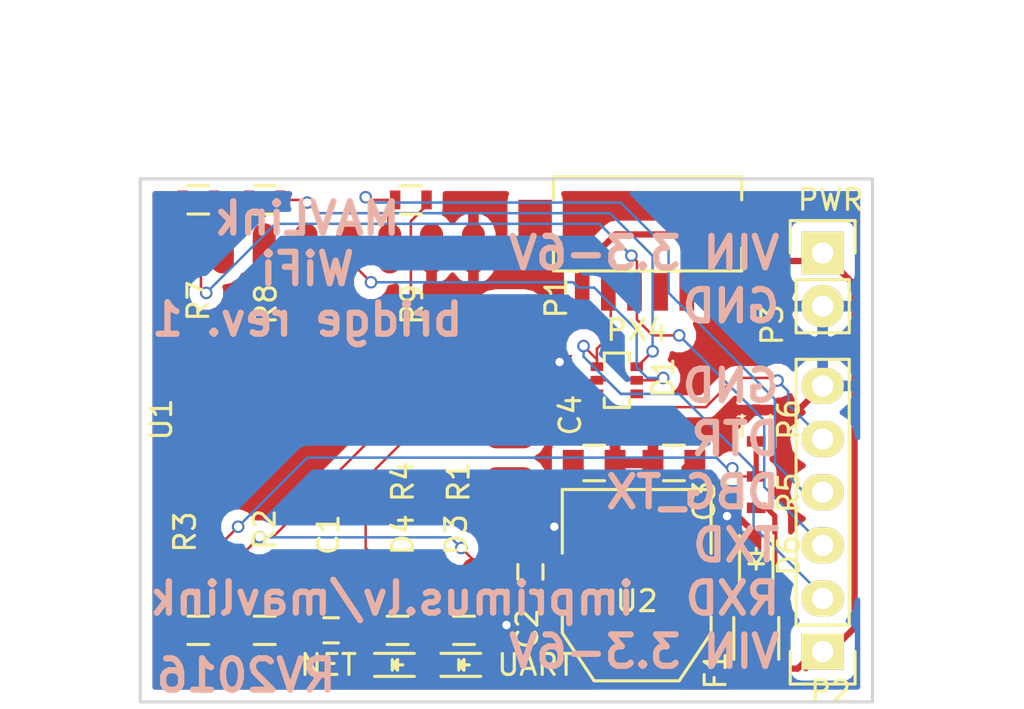
<source format=kicad_pcb>
(kicad_pcb (version 4) (host pcbnew "(2015-11-11 BZR 6309, Git 34f1c0e)-product")

  (general
    (links 47)
    (no_connects 0)
    (area 183.769 93.033794 236.727 126.705)
    (thickness 1.6)
    (drawings 17)
    (tracks 222)
    (zones 0)
    (modules 25)
    (nets 21)
  )

  (page A4)
  (layers
    (0 F.Cu signal)
    (31 B.Cu signal)
    (32 B.Adhes user)
    (33 F.Adhes user)
    (34 B.Paste user)
    (35 F.Paste user)
    (36 B.SilkS user)
    (37 F.SilkS user)
    (38 B.Mask user)
    (39 F.Mask user)
    (40 Dwgs.User user)
    (41 Cmts.User user)
    (42 Eco1.User user)
    (43 Eco2.User user)
    (44 Edge.Cuts user)
    (45 Margin user)
    (46 B.CrtYd user)
    (47 F.CrtYd user)
    (48 B.Fab user)
    (49 F.Fab user)
  )

  (setup
    (last_trace_width 0.25)
    (user_trace_width 0.12)
    (user_trace_width 0.2)
    (user_trace_width 0.3)
    (trace_clearance 0.2)
    (zone_clearance 0.508)
    (zone_45_only no)
    (trace_min 0.12)
    (segment_width 0.2)
    (edge_width 0.15)
    (via_size 0.6)
    (via_drill 0.4)
    (via_min_size 0.4)
    (via_min_drill 0.3)
    (uvia_size 0.3)
    (uvia_drill 0.1)
    (uvias_allowed no)
    (uvia_min_size 0.2)
    (uvia_min_drill 0.1)
    (pcb_text_width 0.3)
    (pcb_text_size 1.5 1.5)
    (mod_edge_width 0.15)
    (mod_text_size 1 1)
    (mod_text_width 0.15)
    (pad_size 1.524 1.524)
    (pad_drill 0.762)
    (pad_to_mask_clearance 0.2)
    (aux_axis_origin 147.32 40.8305)
    (visible_elements FFFFFF7F)
    (pcbplotparams
      (layerselection 0x010f8_80000001)
      (usegerberextensions true)
      (excludeedgelayer true)
      (linewidth 0.100000)
      (plotframeref false)
      (viasonmask false)
      (mode 1)
      (useauxorigin true)
      (hpglpennumber 1)
      (hpglpenspeed 20)
      (hpglpendiameter 15)
      (hpglpenoverlay 2)
      (psnegative false)
      (psa4output false)
      (plotreference true)
      (plotvalue true)
      (plotinvisibletext false)
      (padsonsilk false)
      (subtractmaskfromsilk false)
      (outputformat 1)
      (mirror false)
      (drillshape 0)
      (scaleselection 1)
      (outputdirectory out))
  )

  (net 0 "")
  (net 1 "Net-(C1-Pad1)")
  (net 2 "Net-(C1-Pad2)")
  (net 3 +3V3)
  (net 4 GND)
  (net 5 +5V)
  (net 6 "Net-(D3-Pad2)")
  (net 7 "Net-(D4-Pad2)")
  (net 8 VPP)
  (net 9 RXD)
  (net 10 TXD)
  (net 11 /DBG_TX)
  (net 12 DTR)
  (net 13 /GPIO13)
  (net 14 "Net-(R3-Pad1)")
  (net 15 /GPIO12)
  (net 16 "Net-(R5-Pad1)")
  (net 17 "Net-(R7-Pad2)")
  (net 18 "Net-(D1-Pad3)")
  (net 19 "Net-(R8-Pad2)")
  (net 20 /GPIO0)

  (net_class Default "This is the default net class."
    (clearance 0.2)
    (trace_width 0.25)
    (via_dia 0.6)
    (via_drill 0.4)
    (uvia_dia 0.3)
    (uvia_drill 0.1)
    (add_net +3V3)
    (add_net +5V)
    (add_net /DBG_TX)
    (add_net /GPIO0)
    (add_net /GPIO12)
    (add_net /GPIO13)
    (add_net DTR)
    (add_net GND)
    (add_net "Net-(C1-Pad1)")
    (add_net "Net-(C1-Pad2)")
    (add_net "Net-(D1-Pad3)")
    (add_net "Net-(D3-Pad2)")
    (add_net "Net-(D4-Pad2)")
    (add_net "Net-(R3-Pad1)")
    (add_net "Net-(R5-Pad1)")
    (add_net "Net-(R7-Pad2)")
    (add_net "Net-(R8-Pad2)")
    (add_net RXD)
    (add_net TXD)
    (add_net VPP)
  )

  (module fiducial:FIDUCIAL (layer F.Cu) (tedit 566425A7) (tstamp 5664261C)
    (at 194.183 116.713 90)
    (fp_text reference REF** (at -1 4 90) (layer F.SilkS) hide
      (effects (font (size 1 1) (thickness 0.15)))
    )
    (fp_text value FIDUCIAL (at 0 -5.5 90) (layer F.Fab) hide
      (effects (font (size 1 1) (thickness 0.15)))
    )
    (pad 1 smd circle (at 0 0 90) (size 1 1) (layers F.Cu F.Mask)
      (solder_mask_margin 0.5) (clearance 0.5))
  )

  (module Capacitors_SMD:C_0603 (layer F.Cu) (tedit 56632C21) (tstamp 56631B6B)
    (at 199.644 122.809)
    (descr "Capacitor SMD 0603, reflow soldering, AVX (see smccp.pdf)")
    (tags "capacitor 0603")
    (path /56638856)
    (attr smd)
    (fp_text reference C1 (at -0.125 -4.572 90) (layer F.SilkS)
      (effects (font (size 1 1) (thickness 0.15)))
    )
    (fp_text value 0.1uF (at 0 1.9) (layer F.Fab) hide
      (effects (font (size 1 1) (thickness 0.15)))
    )
    (fp_line (start -1.45 -0.75) (end 1.45 -0.75) (layer F.CrtYd) (width 0.05))
    (fp_line (start -1.45 0.75) (end 1.45 0.75) (layer F.CrtYd) (width 0.05))
    (fp_line (start -1.45 -0.75) (end -1.45 0.75) (layer F.CrtYd) (width 0.05))
    (fp_line (start 1.45 -0.75) (end 1.45 0.75) (layer F.CrtYd) (width 0.05))
    (fp_line (start -0.35 -0.6) (end 0.35 -0.6) (layer F.SilkS) (width 0.15))
    (fp_line (start 0.35 0.6) (end -0.35 0.6) (layer F.SilkS) (width 0.15))
    (pad 1 smd rect (at -0.75 0) (size 0.8 0.75) (layers F.Cu F.Paste F.Mask)
      (net 1 "Net-(C1-Pad1)"))
    (pad 2 smd rect (at 0.75 0) (size 0.8 0.75) (layers F.Cu F.Paste F.Mask)
      (net 2 "Net-(C1-Pad2)"))
    (model Capacitors_SMD.3dshapes/C_0603.wrl
      (at (xyz 0 0 0))
      (scale (xyz 1 1 1))
      (rotate (xyz 0 0 0))
    )
  )

  (module Capacitors_SMD:C_0603 (layer F.Cu) (tedit 56632C79) (tstamp 56631B71)
    (at 209.169 120.015 90)
    (descr "Capacitor SMD 0603, reflow soldering, AVX (see smccp.pdf)")
    (tags "capacitor 0603")
    (path /56630350)
    (attr smd)
    (fp_text reference C2 (at -2.715 -0.15 90) (layer F.SilkS)
      (effects (font (size 1 1) (thickness 0.15)))
    )
    (fp_text value 0.1uF (at 0 1.9 90) (layer F.Fab) hide
      (effects (font (size 1 1) (thickness 0.15)))
    )
    (fp_line (start -1.45 -0.75) (end 1.45 -0.75) (layer F.CrtYd) (width 0.05))
    (fp_line (start -1.45 0.75) (end 1.45 0.75) (layer F.CrtYd) (width 0.05))
    (fp_line (start -1.45 -0.75) (end -1.45 0.75) (layer F.CrtYd) (width 0.05))
    (fp_line (start 1.45 -0.75) (end 1.45 0.75) (layer F.CrtYd) (width 0.05))
    (fp_line (start -0.35 -0.6) (end 0.35 -0.6) (layer F.SilkS) (width 0.15))
    (fp_line (start 0.35 0.6) (end -0.35 0.6) (layer F.SilkS) (width 0.15))
    (pad 1 smd rect (at -0.75 0 90) (size 0.8 0.75) (layers F.Cu F.Paste F.Mask)
      (net 3 +3V3))
    (pad 2 smd rect (at 0.75 0 90) (size 0.8 0.75) (layers F.Cu F.Paste F.Mask)
      (net 4 GND))
    (model Capacitors_SMD.3dshapes/C_0603.wrl
      (at (xyz 0 0 0))
      (scale (xyz 1 1 1))
      (rotate (xyz 0 0 0))
    )
  )

  (module Capacitors_SMD:C_0805 (layer F.Cu) (tedit 56632C9A) (tstamp 56631B77)
    (at 216.027 114.808 180)
    (descr "Capacitor SMD 0805, reflow soldering, AVX (see smccp.pdf)")
    (tags "capacitor 0805")
    (path /56631903)
    (attr smd)
    (fp_text reference C3 (at -1.452 -1.824 270) (layer F.SilkS)
      (effects (font (size 1 1) (thickness 0.15)))
    )
    (fp_text value 22uF (at 0 2.1 180) (layer F.Fab) hide
      (effects (font (size 1 1) (thickness 0.15)))
    )
    (fp_line (start -1.8 -1) (end 1.8 -1) (layer F.CrtYd) (width 0.05))
    (fp_line (start -1.8 1) (end 1.8 1) (layer F.CrtYd) (width 0.05))
    (fp_line (start -1.8 -1) (end -1.8 1) (layer F.CrtYd) (width 0.05))
    (fp_line (start 1.8 -1) (end 1.8 1) (layer F.CrtYd) (width 0.05))
    (fp_line (start 0.5 -0.85) (end -0.5 -0.85) (layer F.SilkS) (width 0.15))
    (fp_line (start -0.5 0.85) (end 0.5 0.85) (layer F.SilkS) (width 0.15))
    (pad 1 smd rect (at -1 0 180) (size 1 1.25) (layers F.Cu F.Paste F.Mask)
      (net 5 +5V))
    (pad 2 smd rect (at 1 0 180) (size 1 1.25) (layers F.Cu F.Paste F.Mask)
      (net 4 GND))
    (model Capacitors_SMD.3dshapes/C_0805.wrl
      (at (xyz 0 0 0))
      (scale (xyz 1 1 1))
      (rotate (xyz 0 0 0))
    )
  )

  (module Capacitors_SMD:C_0805 (layer F.Cu) (tedit 56632CE0) (tstamp 56631B7D)
    (at 212.217 114.808)
    (descr "Capacitor SMD 0805, reflow soldering, AVX (see smccp.pdf)")
    (tags "capacitor 0805")
    (path /5663689C)
    (attr smd)
    (fp_text reference C4 (at -1.143 -2.286 90) (layer F.SilkS)
      (effects (font (size 1 1) (thickness 0.15)))
    )
    (fp_text value 22uF (at 0 2.1) (layer F.Fab) hide
      (effects (font (size 1 1) (thickness 0.15)))
    )
    (fp_line (start -1.8 -1) (end 1.8 -1) (layer F.CrtYd) (width 0.05))
    (fp_line (start -1.8 1) (end 1.8 1) (layer F.CrtYd) (width 0.05))
    (fp_line (start -1.8 -1) (end -1.8 1) (layer F.CrtYd) (width 0.05))
    (fp_line (start 1.8 -1) (end 1.8 1) (layer F.CrtYd) (width 0.05))
    (fp_line (start 0.5 -0.85) (end -0.5 -0.85) (layer F.SilkS) (width 0.15))
    (fp_line (start -0.5 0.85) (end 0.5 0.85) (layer F.SilkS) (width 0.15))
    (pad 1 smd rect (at -1 0) (size 1 1.25) (layers F.Cu F.Paste F.Mask)
      (net 3 +3V3))
    (pad 2 smd rect (at 1 0) (size 1 1.25) (layers F.Cu F.Paste F.Mask)
      (net 4 GND))
    (model Capacitors_SMD.3dshapes/C_0805.wrl
      (at (xyz 0 0 0))
      (scale (xyz 1 1 1))
      (rotate (xyz 0 0 0))
    )
  )

  (module LEDs:LED-0603 (layer F.Cu) (tedit 566420F3) (tstamp 56631B83)
    (at 205.994 124.46)
    (descr "LED 0603 smd package")
    (tags "LED led 0603 SMD smd SMT smt smdled SMDLED smtled SMTLED")
    (path /56631F3B)
    (attr smd)
    (fp_text reference D3 (at -0.381 -6.223 90) (layer F.SilkS)
      (effects (font (size 1 1) (thickness 0.15)))
    )
    (fp_text value UART (at 3.429 0) (layer F.SilkS)
      (effects (font (size 1 1) (thickness 0.15)))
    )
    (fp_line (start -1.1 0.55) (end 0.8 0.55) (layer F.SilkS) (width 0.15))
    (fp_line (start -1.1 -0.55) (end 0.8 -0.55) (layer F.SilkS) (width 0.15))
    (fp_line (start -0.2 0) (end 0.25 0) (layer F.SilkS) (width 0.15))
    (fp_line (start -0.25 -0.25) (end -0.25 0.25) (layer F.SilkS) (width 0.15))
    (fp_line (start -0.25 0) (end 0 -0.25) (layer F.SilkS) (width 0.15))
    (fp_line (start 0 -0.25) (end 0 0.25) (layer F.SilkS) (width 0.15))
    (fp_line (start 0 0.25) (end -0.25 0) (layer F.SilkS) (width 0.15))
    (fp_line (start 1.4 -0.75) (end 1.4 0.75) (layer F.CrtYd) (width 0.05))
    (fp_line (start 1.4 0.75) (end -1.4 0.75) (layer F.CrtYd) (width 0.05))
    (fp_line (start -1.4 0.75) (end -1.4 -0.75) (layer F.CrtYd) (width 0.05))
    (fp_line (start -1.4 -0.75) (end 1.4 -0.75) (layer F.CrtYd) (width 0.05))
    (pad 2 smd rect (at 0.7493 0 180) (size 0.79756 0.79756) (layers F.Cu F.Paste F.Mask)
      (net 6 "Net-(D3-Pad2)"))
    (pad 1 smd rect (at -0.7493 0 180) (size 0.79756 0.79756) (layers F.Cu F.Paste F.Mask)
      (net 4 GND))
  )

  (module LEDs:LED-0603 (layer F.Cu) (tedit 566420E3) (tstamp 56631B89)
    (at 202.819 124.46)
    (descr "LED 0603 smd package")
    (tags "LED led 0603 SMD smd SMT smt smdled SMDLED smtled SMTLED")
    (path /56638FE6)
    (attr smd)
    (fp_text reference D4 (at 0.254 -6.223 90) (layer F.SilkS)
      (effects (font (size 1 1) (thickness 0.15)))
    )
    (fp_text value NET (at -3.302 0) (layer F.SilkS)
      (effects (font (size 1 1) (thickness 0.15)))
    )
    (fp_line (start -1.1 0.55) (end 0.8 0.55) (layer F.SilkS) (width 0.15))
    (fp_line (start -1.1 -0.55) (end 0.8 -0.55) (layer F.SilkS) (width 0.15))
    (fp_line (start -0.2 0) (end 0.25 0) (layer F.SilkS) (width 0.15))
    (fp_line (start -0.25 -0.25) (end -0.25 0.25) (layer F.SilkS) (width 0.15))
    (fp_line (start -0.25 0) (end 0 -0.25) (layer F.SilkS) (width 0.15))
    (fp_line (start 0 -0.25) (end 0 0.25) (layer F.SilkS) (width 0.15))
    (fp_line (start 0 0.25) (end -0.25 0) (layer F.SilkS) (width 0.15))
    (fp_line (start 1.4 -0.75) (end 1.4 0.75) (layer F.CrtYd) (width 0.05))
    (fp_line (start 1.4 0.75) (end -1.4 0.75) (layer F.CrtYd) (width 0.05))
    (fp_line (start -1.4 0.75) (end -1.4 -0.75) (layer F.CrtYd) (width 0.05))
    (fp_line (start -1.4 -0.75) (end 1.4 -0.75) (layer F.CrtYd) (width 0.05))
    (pad 2 smd rect (at 0.7493 0 180) (size 0.79756 0.79756) (layers F.Cu F.Paste F.Mask)
      (net 7 "Net-(D4-Pad2)"))
    (pad 1 smd rect (at -0.7493 0 180) (size 0.79756 0.79756) (layers F.Cu F.Paste F.Mask)
      (net 4 GND))
  )

  (module Diodes_SMD:SOD-323 (layer F.Cu) (tedit 56632C66) (tstamp 56631B8F)
    (at 219.964 119.38 90)
    (descr SOD-323)
    (tags SOD-323)
    (path /5663362D)
    (attr smd)
    (fp_text reference D6 (at 0.15 1.555 90) (layer F.SilkS)
      (effects (font (size 1 1) (thickness 0.15)))
    )
    (fp_text value D_Schottky (at 4.65 12.055 90) (layer F.Fab) hide
      (effects (font (size 1 1) (thickness 0.15)))
    )
    (fp_line (start 0.25 0) (end 0.5 0) (layer F.SilkS) (width 0.15))
    (fp_line (start -0.25 0) (end -0.5 0) (layer F.SilkS) (width 0.15))
    (fp_line (start -0.25 0) (end 0.25 -0.35) (layer F.SilkS) (width 0.15))
    (fp_line (start 0.25 -0.35) (end 0.25 0.35) (layer F.SilkS) (width 0.15))
    (fp_line (start 0.25 0.35) (end -0.25 0) (layer F.SilkS) (width 0.15))
    (fp_line (start -0.25 -0.35) (end -0.25 0.35) (layer F.SilkS) (width 0.15))
    (fp_line (start -1.5 -0.95) (end 1.5 -0.95) (layer F.CrtYd) (width 0.05))
    (fp_line (start 1.5 -0.95) (end 1.5 0.95) (layer F.CrtYd) (width 0.05))
    (fp_line (start -1.5 0.95) (end 1.5 0.95) (layer F.CrtYd) (width 0.05))
    (fp_line (start -1.5 -0.95) (end -1.5 0.95) (layer F.CrtYd) (width 0.05))
    (fp_line (start -1.3 0.8) (end 1.1 0.8) (layer F.SilkS) (width 0.15))
    (fp_line (start -1.3 -0.8) (end 1.1 -0.8) (layer F.SilkS) (width 0.15))
    (pad 1 smd rect (at -1.055 0 90) (size 0.59 0.45) (layers F.Cu F.Paste F.Mask)
      (net 5 +5V))
    (pad 2 smd rect (at 1.055 0 90) (size 0.59 0.45) (layers F.Cu F.Paste F.Mask)
      (net 4 GND))
  )

  (module Resistors_SMD:R_1206 (layer F.Cu) (tedit 56632CBD) (tstamp 56631B95)
    (at 219.964 123.19 90)
    (descr "Resistor SMD 1206, reflow soldering, Vishay (see dcrcw.pdf)")
    (tags "resistor 1206")
    (path /5663352F)
    (attr smd)
    (fp_text reference F1 (at -1.54 -1.945 90) (layer F.SilkS)
      (effects (font (size 1 1) (thickness 0.15)))
    )
    (fp_text value F_Small (at 0 2.3 90) (layer F.Fab) hide
      (effects (font (size 1 1) (thickness 0.15)))
    )
    (fp_line (start -2.2 -1.2) (end 2.2 -1.2) (layer F.CrtYd) (width 0.05))
    (fp_line (start -2.2 1.2) (end 2.2 1.2) (layer F.CrtYd) (width 0.05))
    (fp_line (start -2.2 -1.2) (end -2.2 1.2) (layer F.CrtYd) (width 0.05))
    (fp_line (start 2.2 -1.2) (end 2.2 1.2) (layer F.CrtYd) (width 0.05))
    (fp_line (start 1 1.075) (end -1 1.075) (layer F.SilkS) (width 0.15))
    (fp_line (start -1 -1.075) (end 1 -1.075) (layer F.SilkS) (width 0.15))
    (pad 1 smd rect (at -1.45 0 90) (size 0.9 1.7) (layers F.Cu F.Paste F.Mask)
      (net 8 VPP))
    (pad 2 smd rect (at 1.45 0 90) (size 0.9 1.7) (layers F.Cu F.Paste F.Mask)
      (net 5 +5V))
    (model Resistors_SMD.3dshapes/R_1206.wrl
      (at (xyz 0 0 0))
      (scale (xyz 1 1 1))
      (rotate (xyz 0 0 0))
    )
  )

  (module Pin_Headers:Pin_Header_Straight_1x06 (layer F.Cu) (tedit 5664243F) (tstamp 56631B9F)
    (at 223.139 123.825 180)
    (descr "Through hole pin header")
    (tags "pin header")
    (path /56634095)
    (fp_text reference P2 (at -0.38 -1.905 180) (layer F.SilkS)
      (effects (font (size 1 1) (thickness 0.15)))
    )
    (fp_text value DEBUG (at -4.38 13.595 270) (layer F.Fab) hide
      (effects (font (size 1 1) (thickness 0.15)))
    )
    (fp_line (start -1.75 -1.75) (end -1.75 14.45) (layer F.CrtYd) (width 0.05))
    (fp_line (start 1.75 -1.75) (end 1.75 14.45) (layer F.CrtYd) (width 0.05))
    (fp_line (start -1.75 -1.75) (end 1.75 -1.75) (layer F.CrtYd) (width 0.05))
    (fp_line (start -1.75 14.45) (end 1.75 14.45) (layer F.CrtYd) (width 0.05))
    (fp_line (start 1.27 1.27) (end 1.27 13.97) (layer F.SilkS) (width 0.15))
    (fp_line (start 1.27 13.97) (end -1.27 13.97) (layer F.SilkS) (width 0.15))
    (fp_line (start -1.27 13.97) (end -1.27 1.27) (layer F.SilkS) (width 0.15))
    (fp_line (start 1.55 -1.55) (end 1.55 0) (layer F.SilkS) (width 0.15))
    (fp_line (start 1.27 1.27) (end -1.27 1.27) (layer F.SilkS) (width 0.15))
    (fp_line (start -1.55 0) (end -1.55 -1.55) (layer F.SilkS) (width 0.15))
    (fp_line (start -1.55 -1.55) (end 1.55 -1.55) (layer F.SilkS) (width 0.15))
    (pad 1 thru_hole rect (at 0 0 180) (size 2.032 1.7272) (drill 1.016) (layers *.Cu *.Mask F.SilkS)
      (net 8 VPP))
    (pad 2 thru_hole oval (at 0 2.54 180) (size 2.032 1.7272) (drill 1.016) (layers *.Cu *.Mask F.SilkS)
      (net 9 RXD))
    (pad 3 thru_hole oval (at 0 5.08 180) (size 2.032 1.7272) (drill 1.016) (layers *.Cu *.Mask F.SilkS)
      (net 10 TXD))
    (pad 4 thru_hole oval (at 0 7.62 180) (size 2.032 1.7272) (drill 1.016) (layers *.Cu *.Mask F.SilkS)
      (net 11 /DBG_TX))
    (pad 5 thru_hole oval (at 0 10.16 180) (size 2.032 1.7272) (drill 1.016) (layers *.Cu *.Mask F.SilkS)
      (net 12 DTR))
    (pad 6 thru_hole oval (at 0 12.7 180) (size 2.032 1.7272) (drill 1.016) (layers *.Cu *.Mask F.SilkS)
      (net 4 GND))
    (model Pin_Headers.3dshapes/Pin_Header_Straight_1x06.wrl
      (at (xyz 0 -0.25 0))
      (scale (xyz 1 1 1))
      (rotate (xyz 0 0 90))
    )
  )

  (module Pin_Headers:Pin_Header_Straight_1x02 (layer F.Cu) (tedit 566426F9) (tstamp 56631BA5)
    (at 223.139 104.775)
    (descr "Through hole pin header")
    (tags "pin header")
    (path /566350D1)
    (fp_text reference P3 (at -2.413 3.429 90) (layer F.SilkS)
      (effects (font (size 1 1) (thickness 0.15)))
    )
    (fp_text value PWR (at 0.38 -2.545) (layer F.SilkS)
      (effects (font (size 1 1) (thickness 0.15)))
    )
    (fp_line (start 1.27 1.27) (end 1.27 3.81) (layer F.SilkS) (width 0.15))
    (fp_line (start 1.55 -1.55) (end 1.55 0) (layer F.SilkS) (width 0.15))
    (fp_line (start -1.75 -1.75) (end -1.75 4.3) (layer F.CrtYd) (width 0.05))
    (fp_line (start 1.75 -1.75) (end 1.75 4.3) (layer F.CrtYd) (width 0.05))
    (fp_line (start -1.75 -1.75) (end 1.75 -1.75) (layer F.CrtYd) (width 0.05))
    (fp_line (start -1.75 4.3) (end 1.75 4.3) (layer F.CrtYd) (width 0.05))
    (fp_line (start 1.27 1.27) (end -1.27 1.27) (layer F.SilkS) (width 0.15))
    (fp_line (start -1.55 0) (end -1.55 -1.55) (layer F.SilkS) (width 0.15))
    (fp_line (start -1.55 -1.55) (end 1.55 -1.55) (layer F.SilkS) (width 0.15))
    (fp_line (start -1.27 1.27) (end -1.27 3.81) (layer F.SilkS) (width 0.15))
    (fp_line (start -1.27 3.81) (end 1.27 3.81) (layer F.SilkS) (width 0.15))
    (pad 1 thru_hole rect (at 0 0) (size 2.032 2.032) (drill 1.016) (layers *.Cu *.Mask F.SilkS)
      (net 8 VPP))
    (pad 2 thru_hole oval (at 0 2.54) (size 2.032 2.032) (drill 1.016) (layers *.Cu *.Mask F.SilkS)
      (net 4 GND))
    (model Pin_Headers.3dshapes/Pin_Header_Straight_1x02.wrl
      (at (xyz 0 -0.05 0))
      (scale (xyz 1 1 1))
      (rotate (xyz 0 0 90))
    )
  )

  (module Resistors_SMD:R_0603 (layer F.Cu) (tedit 56632C31) (tstamp 56631BAB)
    (at 205.994 122.809 180)
    (descr "Resistor SMD 0603, reflow soldering, Vishay (see dcrcw.pdf)")
    (tags "resistor 0603")
    (path /5663802A)
    (attr smd)
    (fp_text reference R1 (at 0.254 7.112 270) (layer F.SilkS)
      (effects (font (size 1 1) (thickness 0.15)))
    )
    (fp_text value 120R (at 0 1.9 180) (layer F.Fab) hide
      (effects (font (size 1 1) (thickness 0.15)))
    )
    (fp_line (start -1.3 -0.8) (end 1.3 -0.8) (layer F.CrtYd) (width 0.05))
    (fp_line (start -1.3 0.8) (end 1.3 0.8) (layer F.CrtYd) (width 0.05))
    (fp_line (start -1.3 -0.8) (end -1.3 0.8) (layer F.CrtYd) (width 0.05))
    (fp_line (start 1.3 -0.8) (end 1.3 0.8) (layer F.CrtYd) (width 0.05))
    (fp_line (start 0.5 0.675) (end -0.5 0.675) (layer F.SilkS) (width 0.15))
    (fp_line (start -0.5 -0.675) (end 0.5 -0.675) (layer F.SilkS) (width 0.15))
    (pad 1 smd rect (at -0.75 0 180) (size 0.5 0.9) (layers F.Cu F.Paste F.Mask)
      (net 6 "Net-(D3-Pad2)"))
    (pad 2 smd rect (at 0.75 0 180) (size 0.5 0.9) (layers F.Cu F.Paste F.Mask)
      (net 13 /GPIO13))
    (model Resistors_SMD.3dshapes/R_0603.wrl
      (at (xyz 0 0 0))
      (scale (xyz 1 1 1))
      (rotate (xyz 0 0 0))
    )
  )

  (module Resistors_SMD:R_0603 (layer F.Cu) (tedit 56632C1E) (tstamp 56631BB1)
    (at 196.469 122.809 180)
    (descr "Resistor SMD 0603, reflow soldering, Vishay (see dcrcw.pdf)")
    (tags "resistor 0603")
    (path /566377B6)
    (attr smd)
    (fp_text reference R2 (at 0 4.826 270) (layer F.SilkS)
      (effects (font (size 1 1) (thickness 0.15)))
    )
    (fp_text value 10K (at 0 1.9 180) (layer F.Fab) hide
      (effects (font (size 1 1) (thickness 0.15)))
    )
    (fp_line (start -1.3 -0.8) (end 1.3 -0.8) (layer F.CrtYd) (width 0.05))
    (fp_line (start -1.3 0.8) (end 1.3 0.8) (layer F.CrtYd) (width 0.05))
    (fp_line (start -1.3 -0.8) (end -1.3 0.8) (layer F.CrtYd) (width 0.05))
    (fp_line (start 1.3 -0.8) (end 1.3 0.8) (layer F.CrtYd) (width 0.05))
    (fp_line (start 0.5 0.675) (end -0.5 0.675) (layer F.SilkS) (width 0.15))
    (fp_line (start -0.5 -0.675) (end 0.5 -0.675) (layer F.SilkS) (width 0.15))
    (pad 1 smd rect (at -0.75 0 180) (size 0.5 0.9) (layers F.Cu F.Paste F.Mask)
      (net 1 "Net-(C1-Pad1)"))
    (pad 2 smd rect (at 0.75 0 180) (size 0.5 0.9) (layers F.Cu F.Paste F.Mask)
      (net 3 +3V3))
    (model Resistors_SMD.3dshapes/R_0603.wrl
      (at (xyz 0 0 0))
      (scale (xyz 1 1 1))
      (rotate (xyz 0 0 0))
    )
  )

  (module Resistors_SMD:R_0603 (layer F.Cu) (tedit 56642771) (tstamp 56631BB7)
    (at 193.294 122.809)
    (descr "Resistor SMD 0603, reflow soldering, Vishay (see dcrcw.pdf)")
    (tags "resistor 0603")
    (path /56637724)
    (attr smd)
    (fp_text reference R3 (at -0.635 -4.699 90) (layer F.SilkS)
      (effects (font (size 1 1) (thickness 0.15)))
    )
    (fp_text value 10K (at 0 1.9) (layer F.Fab) hide
      (effects (font (size 1 1) (thickness 0.15)))
    )
    (fp_line (start -1.3 -0.8) (end 1.3 -0.8) (layer F.CrtYd) (width 0.05))
    (fp_line (start -1.3 0.8) (end 1.3 0.8) (layer F.CrtYd) (width 0.05))
    (fp_line (start -1.3 -0.8) (end -1.3 0.8) (layer F.CrtYd) (width 0.05))
    (fp_line (start 1.3 -0.8) (end 1.3 0.8) (layer F.CrtYd) (width 0.05))
    (fp_line (start 0.5 0.675) (end -0.5 0.675) (layer F.SilkS) (width 0.15))
    (fp_line (start -0.5 -0.675) (end 0.5 -0.675) (layer F.SilkS) (width 0.15))
    (pad 1 smd rect (at -0.75 0) (size 0.5 0.9) (layers F.Cu F.Paste F.Mask)
      (net 14 "Net-(R3-Pad1)"))
    (pad 2 smd rect (at 0.75 0) (size 0.5 0.9) (layers F.Cu F.Paste F.Mask)
      (net 3 +3V3))
    (model Resistors_SMD.3dshapes/R_0603.wrl
      (at (xyz 0 0 0))
      (scale (xyz 1 1 1))
      (rotate (xyz 0 0 0))
    )
  )

  (module Resistors_SMD:R_0603 (layer F.Cu) (tedit 56632C29) (tstamp 56631BBD)
    (at 202.819 122.809 180)
    (descr "Resistor SMD 0603, reflow soldering, Vishay (see dcrcw.pdf)")
    (tags "resistor 0603")
    (path /56638346)
    (attr smd)
    (fp_text reference R4 (at -0.254 7.112 270) (layer F.SilkS)
      (effects (font (size 1 1) (thickness 0.15)))
    )
    (fp_text value 120R (at 0 1.9 180) (layer F.Fab) hide
      (effects (font (size 1 1) (thickness 0.15)))
    )
    (fp_line (start -1.3 -0.8) (end 1.3 -0.8) (layer F.CrtYd) (width 0.05))
    (fp_line (start -1.3 0.8) (end 1.3 0.8) (layer F.CrtYd) (width 0.05))
    (fp_line (start -1.3 -0.8) (end -1.3 0.8) (layer F.CrtYd) (width 0.05))
    (fp_line (start 1.3 -0.8) (end 1.3 0.8) (layer F.CrtYd) (width 0.05))
    (fp_line (start 0.5 0.675) (end -0.5 0.675) (layer F.SilkS) (width 0.15))
    (fp_line (start -0.5 -0.675) (end 0.5 -0.675) (layer F.SilkS) (width 0.15))
    (pad 1 smd rect (at -0.75 0 180) (size 0.5 0.9) (layers F.Cu F.Paste F.Mask)
      (net 7 "Net-(D4-Pad2)"))
    (pad 2 smd rect (at 0.75 0 180) (size 0.5 0.9) (layers F.Cu F.Paste F.Mask)
      (net 15 /GPIO12))
    (model Resistors_SMD.3dshapes/R_0603.wrl
      (at (xyz 0 0 0))
      (scale (xyz 1 1 1))
      (rotate (xyz 0 0 0))
    )
  )

  (module Resistors_SMD:R_0603 (layer F.Cu) (tedit 56632C6D) (tstamp 56631BC3)
    (at 219.964 116.205 270)
    (descr "Resistor SMD 0603, reflow soldering, Vishay (see dcrcw.pdf)")
    (tags "resistor 0603")
    (path /566376B1)
    (attr smd)
    (fp_text reference R5 (at 0.025 -1.555 270) (layer F.SilkS)
      (effects (font (size 1 1) (thickness 0.15)))
    )
    (fp_text value 10K (at 0 1.9 270) (layer F.Fab) hide
      (effects (font (size 1 1) (thickness 0.15)))
    )
    (fp_line (start -1.3 -0.8) (end 1.3 -0.8) (layer F.CrtYd) (width 0.05))
    (fp_line (start -1.3 0.8) (end 1.3 0.8) (layer F.CrtYd) (width 0.05))
    (fp_line (start -1.3 -0.8) (end -1.3 0.8) (layer F.CrtYd) (width 0.05))
    (fp_line (start 1.3 -0.8) (end 1.3 0.8) (layer F.CrtYd) (width 0.05))
    (fp_line (start 0.5 0.675) (end -0.5 0.675) (layer F.SilkS) (width 0.15))
    (fp_line (start -0.5 -0.675) (end 0.5 -0.675) (layer F.SilkS) (width 0.15))
    (pad 1 smd rect (at -0.75 0 270) (size 0.5 0.9) (layers F.Cu F.Paste F.Mask)
      (net 16 "Net-(R5-Pad1)"))
    (pad 2 smd rect (at 0.75 0 270) (size 0.5 0.9) (layers F.Cu F.Paste F.Mask)
      (net 5 +5V))
    (model Resistors_SMD.3dshapes/R_0603.wrl
      (at (xyz 0 0 0))
      (scale (xyz 1 1 1))
      (rotate (xyz 0 0 0))
    )
  )

  (module Resistors_SMD:R_0603 (layer F.Cu) (tedit 56632C6A) (tstamp 56631BC9)
    (at 219.964 113.03 270)
    (descr "Resistor SMD 0603, reflow soldering, Vishay (see dcrcw.pdf)")
    (tags "resistor 0603")
    (path /566375FD)
    (attr smd)
    (fp_text reference R6 (at -0.3 -1.555 270) (layer F.SilkS)
      (effects (font (size 1 1) (thickness 0.15)))
    )
    (fp_text value 10K (at 0 1.9 270) (layer F.Fab) hide
      (effects (font (size 1 1) (thickness 0.15)))
    )
    (fp_line (start -1.3 -0.8) (end 1.3 -0.8) (layer F.CrtYd) (width 0.05))
    (fp_line (start -1.3 0.8) (end 1.3 0.8) (layer F.CrtYd) (width 0.05))
    (fp_line (start -1.3 -0.8) (end -1.3 0.8) (layer F.CrtYd) (width 0.05))
    (fp_line (start 1.3 -0.8) (end 1.3 0.8) (layer F.CrtYd) (width 0.05))
    (fp_line (start 0.5 0.675) (end -0.5 0.675) (layer F.SilkS) (width 0.15))
    (fp_line (start -0.5 -0.675) (end 0.5 -0.675) (layer F.SilkS) (width 0.15))
    (pad 1 smd rect (at -0.75 0 270) (size 0.5 0.9) (layers F.Cu F.Paste F.Mask)
      (net 4 GND))
    (pad 2 smd rect (at 0.75 0 270) (size 0.5 0.9) (layers F.Cu F.Paste F.Mask)
      (net 16 "Net-(R5-Pad1)"))
    (model Resistors_SMD.3dshapes/R_0603.wrl
      (at (xyz 0 0 0))
      (scale (xyz 1 1 1))
      (rotate (xyz 0 0 0))
    )
  )

  (module Resistors_SMD:R_0603 (layer F.Cu) (tedit 56632CAB) (tstamp 56631BCF)
    (at 193.294 102.235 180)
    (descr "Resistor SMD 0603, reflow soldering, Vishay (see dcrcw.pdf)")
    (tags "resistor 0603")
    (path /566300C3)
    (attr smd)
    (fp_text reference R7 (at 0 -4.826 270) (layer F.SilkS)
      (effects (font (size 1 1) (thickness 0.15)))
    )
    (fp_text value 120R (at 0 1.9 180) (layer F.Fab) hide
      (effects (font (size 1 1) (thickness 0.15)))
    )
    (fp_line (start -1.3 -0.8) (end 1.3 -0.8) (layer F.CrtYd) (width 0.05))
    (fp_line (start -1.3 0.8) (end 1.3 0.8) (layer F.CrtYd) (width 0.05))
    (fp_line (start -1.3 -0.8) (end -1.3 0.8) (layer F.CrtYd) (width 0.05))
    (fp_line (start 1.3 -0.8) (end 1.3 0.8) (layer F.CrtYd) (width 0.05))
    (fp_line (start 0.5 0.675) (end -0.5 0.675) (layer F.SilkS) (width 0.15))
    (fp_line (start -0.5 -0.675) (end 0.5 -0.675) (layer F.SilkS) (width 0.15))
    (pad 1 smd rect (at -0.75 0 180) (size 0.5 0.9) (layers F.Cu F.Paste F.Mask)
      (net 10 TXD))
    (pad 2 smd rect (at 0.75 0 180) (size 0.5 0.9) (layers F.Cu F.Paste F.Mask)
      (net 17 "Net-(R7-Pad2)"))
    (model Resistors_SMD.3dshapes/R_0603.wrl
      (at (xyz 0 0 0))
      (scale (xyz 1 1 1))
      (rotate (xyz 0 0 0))
    )
  )

  (module Resistors_SMD:R_0603 (layer F.Cu) (tedit 56632CB0) (tstamp 56631BD5)
    (at 196.469 102.235 180)
    (descr "Resistor SMD 0603, reflow soldering, Vishay (see dcrcw.pdf)")
    (tags "resistor 0603")
    (path /56637C63)
    (attr smd)
    (fp_text reference R8 (at -0.05 -4.995 270) (layer F.SilkS)
      (effects (font (size 1 1) (thickness 0.15)))
    )
    (fp_text value 120R (at 0 1.9 180) (layer F.Fab) hide
      (effects (font (size 1 1) (thickness 0.15)))
    )
    (fp_line (start -1.3 -0.8) (end 1.3 -0.8) (layer F.CrtYd) (width 0.05))
    (fp_line (start -1.3 0.8) (end 1.3 0.8) (layer F.CrtYd) (width 0.05))
    (fp_line (start -1.3 -0.8) (end -1.3 0.8) (layer F.CrtYd) (width 0.05))
    (fp_line (start 1.3 -0.8) (end 1.3 0.8) (layer F.CrtYd) (width 0.05))
    (fp_line (start 0.5 0.675) (end -0.5 0.675) (layer F.SilkS) (width 0.15))
    (fp_line (start -0.5 -0.675) (end 0.5 -0.675) (layer F.SilkS) (width 0.15))
    (pad 1 smd rect (at -0.75 0 180) (size 0.5 0.9) (layers F.Cu F.Paste F.Mask)
      (net 18 "Net-(D1-Pad3)"))
    (pad 2 smd rect (at 0.75 0 180) (size 0.5 0.9) (layers F.Cu F.Paste F.Mask)
      (net 19 "Net-(R8-Pad2)"))
    (model Resistors_SMD.3dshapes/R_0603.wrl
      (at (xyz 0 0 0))
      (scale (xyz 1 1 1))
      (rotate (xyz 0 0 0))
    )
  )

  (module Resistors_SMD:R_0603 (layer F.Cu) (tedit 56632CB4) (tstamp 56631BDB)
    (at 203.454 102.235)
    (descr "Resistor SMD 0603, reflow soldering, Vishay (see dcrcw.pdf)")
    (tags "resistor 0603")
    (path /566309A9)
    (attr smd)
    (fp_text reference R9 (at 0.065 4.995 90) (layer F.SilkS)
      (effects (font (size 1 1) (thickness 0.15)))
    )
    (fp_text value 10K (at 0 1.9) (layer F.Fab)
      (effects (font (size 1 1) (thickness 0.15)))
    )
    (fp_line (start -1.3 -0.8) (end 1.3 -0.8) (layer F.CrtYd) (width 0.05))
    (fp_line (start -1.3 0.8) (end 1.3 0.8) (layer F.CrtYd) (width 0.05))
    (fp_line (start -1.3 -0.8) (end -1.3 0.8) (layer F.CrtYd) (width 0.05))
    (fp_line (start 1.3 -0.8) (end 1.3 0.8) (layer F.CrtYd) (width 0.05))
    (fp_line (start 0.5 0.675) (end -0.5 0.675) (layer F.SilkS) (width 0.15))
    (fp_line (start -0.5 -0.675) (end 0.5 -0.675) (layer F.SilkS) (width 0.15))
    (pad 1 smd rect (at -0.75 0) (size 0.5 0.9) (layers F.Cu F.Paste F.Mask)
      (net 11 /DBG_TX))
    (pad 2 smd rect (at 0.75 0) (size 0.5 0.9) (layers F.Cu F.Paste F.Mask)
      (net 3 +3V3))
    (model Resistors_SMD.3dshapes/R_0603.wrl
      (at (xyz 0 0 0))
      (scale (xyz 1 1 1))
      (rotate (xyz 0 0 0))
    )
  )

  (module ESP8266:ESP-12E (layer F.Cu) (tedit 56632C11) (tstamp 56631BF5)
    (at 192.445201 120.55 90)
    (descr "Module, ESP-8266, ESP-12, 16 pad, SMD")
    (tags "Module ESP-8266 ESP8266")
    (path /5662FEB5)
    (fp_text reference U1 (at 7.82 -0.926201 90) (layer F.SilkS)
      (effects (font (size 1 1) (thickness 0.15)))
    )
    (fp_text value ESP-12E (at 8 1 90) (layer F.Fab)
      (effects (font (size 1 1) (thickness 0.15)))
    )
    (fp_line (start 16 -8.4) (end 0 -2.6) (layer F.CrtYd) (width 0.1524))
    (fp_line (start 0 -8.4) (end 16 -2.6) (layer F.CrtYd) (width 0.1524))
    (fp_text user "No Copper" (at 7.9 -5.4 90) (layer F.CrtYd)
      (effects (font (size 1 1) (thickness 0.15)))
    )
    (fp_line (start 0 -8.4) (end 0 -2.6) (layer F.CrtYd) (width 0.1524))
    (fp_line (start 0 -2.6) (end 16 -2.6) (layer F.CrtYd) (width 0.1524))
    (fp_line (start 16 -2.6) (end 16 -8.4) (layer F.CrtYd) (width 0.1524))
    (fp_line (start 16 -8.4) (end 0 -8.4) (layer F.CrtYd) (width 0.1524))
    (fp_line (start 16 -8.4) (end 16 15.6) (layer F.Fab) (width 0.1524))
    (fp_line (start 16 15.6) (end 0 15.6) (layer F.Fab) (width 0.1524))
    (fp_line (start 0 15.6) (end 0 -8.4) (layer F.Fab) (width 0.1524))
    (fp_line (start 0 -8.4) (end 16 -8.4) (layer F.Fab) (width 0.1524))
    (pad 9 smd oval (at 2.99 15.75 180) (size 2.4 1.1) (layers F.Cu F.Paste F.Mask))
    (pad 10 smd oval (at 4.99 15.75 180) (size 2.4 1.1) (layers F.Cu F.Paste F.Mask))
    (pad 11 smd oval (at 6.99 15.75 180) (size 2.4 1.1) (layers F.Cu F.Paste F.Mask))
    (pad 12 smd oval (at 8.99 15.75 180) (size 2.4 1.1) (layers F.Cu F.Paste F.Mask))
    (pad 13 smd oval (at 10.99 15.75 180) (size 2.4 1.1) (layers F.Cu F.Paste F.Mask))
    (pad 14 smd oval (at 12.99 15.75 180) (size 2.4 1.1) (layers F.Cu F.Paste F.Mask))
    (pad 1 smd rect (at 0 0 90) (size 2.4 1.1) (layers F.Cu F.Paste F.Mask)
      (net 14 "Net-(R3-Pad1)"))
    (pad 2 smd oval (at 0 2 90) (size 2.4 1.1) (layers F.Cu F.Paste F.Mask)
      (net 16 "Net-(R5-Pad1)"))
    (pad 3 smd oval (at 0 4 90) (size 2.4 1.1) (layers F.Cu F.Paste F.Mask)
      (net 1 "Net-(C1-Pad1)"))
    (pad 4 smd oval (at 0 6 90) (size 2.4 1.1) (layers F.Cu F.Paste F.Mask))
    (pad 5 smd oval (at 0 8 90) (size 2.4 1.1) (layers F.Cu F.Paste F.Mask))
    (pad 6 smd oval (at 0 10 90) (size 2.4 1.1) (layers F.Cu F.Paste F.Mask)
      (net 15 /GPIO12))
    (pad 7 smd oval (at 0 12 90) (size 2.4 1.1) (layers F.Cu F.Paste F.Mask)
      (net 13 /GPIO13))
    (pad 8 smd oval (at 0 14 90) (size 2.4 1.1) (layers F.Cu F.Paste F.Mask)
      (net 3 +3V3))
    (pad 15 smd oval (at 16 14 90) (size 2.4 1.1) (layers F.Cu F.Paste F.Mask)
      (net 4 GND))
    (pad 16 smd oval (at 16 12 90) (size 2.4 1.1) (layers F.Cu F.Paste F.Mask)
      (net 4 GND))
    (pad 17 smd oval (at 16 10 90) (size 2.4 1.1) (layers F.Cu F.Paste F.Mask)
      (net 11 /DBG_TX))
    (pad 18 smd oval (at 16 8 90) (size 2.4 1.1) (layers F.Cu F.Paste F.Mask)
      (net 20 /GPIO0))
    (pad 19 smd oval (at 16 6 90) (size 2.4 1.1) (layers F.Cu F.Paste F.Mask))
    (pad 20 smd oval (at 16 4 90) (size 2.4 1.1) (layers F.Cu F.Paste F.Mask))
    (pad 21 smd oval (at 16 2 90) (size 2.4 1.1) (layers F.Cu F.Paste F.Mask)
      (net 19 "Net-(R8-Pad2)"))
    (pad 22 smd oval (at 16 0 90) (size 2.4 1.1) (layers F.Cu F.Paste F.Mask)
      (net 17 "Net-(R7-Pad2)"))
  )

  (module TO_SOT_Packages_SMD:SOT-223 (layer F.Cu) (tedit 56632C7C) (tstamp 56631BFD)
    (at 214.249 120.65 180)
    (descr "module CMS SOT223 4 pins")
    (tags "CMS SOT")
    (path /5663C3FE)
    (attr smd)
    (fp_text reference U2 (at 0 -0.762 180) (layer F.SilkS)
      (effects (font (size 1 1) (thickness 0.15)))
    )
    (fp_text value AP7361 (at 0 0.762 180) (layer F.Fab) hide
      (effects (font (size 1 1) (thickness 0.15)))
    )
    (fp_line (start -3.556 1.524) (end -3.556 4.572) (layer F.SilkS) (width 0.15))
    (fp_line (start -3.556 4.572) (end 3.556 4.572) (layer F.SilkS) (width 0.15))
    (fp_line (start 3.556 4.572) (end 3.556 1.524) (layer F.SilkS) (width 0.15))
    (fp_line (start -3.556 -1.524) (end -3.556 -2.286) (layer F.SilkS) (width 0.15))
    (fp_line (start -3.556 -2.286) (end -2.032 -4.572) (layer F.SilkS) (width 0.15))
    (fp_line (start -2.032 -4.572) (end 2.032 -4.572) (layer F.SilkS) (width 0.15))
    (fp_line (start 2.032 -4.572) (end 3.556 -2.286) (layer F.SilkS) (width 0.15))
    (fp_line (start 3.556 -2.286) (end 3.556 -1.524) (layer F.SilkS) (width 0.15))
    (pad 4 smd rect (at 0 -3.302 180) (size 3.6576 2.032) (layers F.Cu F.Paste F.Mask))
    (pad 2 smd rect (at 0 3.302 180) (size 1.016 2.032) (layers F.Cu F.Paste F.Mask)
      (net 4 GND))
    (pad 3 smd rect (at 2.286 3.302 180) (size 1.016 2.032) (layers F.Cu F.Paste F.Mask)
      (net 3 +3V3))
    (pad 1 smd rect (at -2.286 3.302 180) (size 1.016 2.032) (layers F.Cu F.Paste F.Mask)
      (net 5 +5V))
    (model TO_SOT_Packages_SMD.3dshapes/SOT-223.wrl
      (at (xyz 0 0 0))
      (scale (xyz 0.4 0.4 0.4))
      (rotate (xyz 0 0 0))
    )
  )

  (module sot363:SOT-363 (layer F.Cu) (tedit 56632C9E) (tstamp 5663253F)
    (at 214.249 111.506 180)
    (tags SOT-363)
    (path /566395EF)
    (fp_text reference D1 (at -1.27 0.776 270) (layer F.SilkS)
      (effects (font (size 1 1) (thickness 0.15)))
    )
    (fp_text value BAT54TW (at 1.05 2.85 180) (layer F.Fab) hide
      (effects (font (size 1 1) (thickness 0.15)))
    )
    (fp_line (start 1.55 1.5) (end 1.55 1.95) (layer F.SilkS) (width 0.15))
    (fp_line (start 1.55 1.95) (end 0.35 1.95) (layer F.SilkS) (width 0.15))
    (fp_line (start 0.35 1.5) (end 0.35 1.95) (layer F.SilkS) (width 0.15))
    (fp_line (start 1.55 -0.2) (end 1.55 -0.65) (layer F.SilkS) (width 0.15))
    (fp_line (start 1.55 -0.65) (end 0.35 -0.65) (layer F.SilkS) (width 0.15))
    (fp_line (start 0.35 -0.2) (end 0.35 -0.65) (layer F.SilkS) (width 0.15))
    (pad 1 smd rect (at 0 0 180) (size 0.6 0.42) (layers F.Cu F.Paste F.Mask)
      (net 2 "Net-(C1-Pad2)"))
    (pad 2 smd rect (at 0 0.65 180) (size 0.6 0.42) (layers F.Cu F.Paste F.Mask)
      (net 20 /GPIO0))
    (pad 3 smd rect (at 0 1.3 180) (size 0.6 0.42) (layers F.Cu F.Paste F.Mask)
      (net 18 "Net-(D1-Pad3)"))
    (pad 4 smd rect (at 1.9 1.3 180) (size 0.6 0.42) (layers F.Cu F.Paste F.Mask)
      (net 9 RXD))
    (pad 5 smd rect (at 1.9 0.65 180) (size 0.6 0.42) (layers F.Cu F.Paste F.Mask)
      (net 2 "Net-(C1-Pad2)"))
    (pad 6 smd rect (at 1.9 0 180) (size 0.6 0.42) (layers F.Cu F.Paste F.Mask)
      (net 12 DTR))
  )

  (module DF13:DF13-6 (layer F.Cu) (tedit 56632CA2) (tstamp 5663254B)
    (at 214.769 105.73)
    (path /566329B7)
    (fp_text reference P1 (at -4.365 1.185 90) (layer F.SilkS)
      (effects (font (size 1 1) (thickness 0.15)))
    )
    (fp_text value PX4 (at -0.52 2.728) (layer F.SilkS)
      (effects (font (size 1 1) (thickness 0.15)))
    )
    (fp_line (start 4.5 -3.5) (end 4.5 -4.6) (layer F.SilkS) (width 0.15))
    (fp_line (start 4.5 -4.6) (end -4.5 -4.6) (layer F.SilkS) (width 0.15))
    (fp_line (start -4.5 -4.6) (end -4.5 -3.5) (layer F.SilkS) (width 0.15))
    (fp_line (start -4.5 -1.2) (end -4.5 -0.1) (layer F.SilkS) (width 0.15))
    (fp_line (start -4.4 -0.1) (end 4.5 -0.1) (layer F.SilkS) (width 0.15))
    (fp_line (start 4.5 -0.1) (end 4.5 -1.2) (layer F.SilkS) (width 0.15))
    (pad 1 smd rect (at -3.125 0.9) (size 0.7 1.8) (layers F.Cu F.Paste F.Mask)
      (net 8 VPP))
    (pad 2 smd rect (at -1.875 0.9) (size 0.7 1.8) (layers F.Cu F.Paste F.Mask)
      (net 9 RXD))
    (pad 3 smd rect (at -0.625 0.9) (size 0.7 1.8) (layers F.Cu F.Paste F.Mask)
      (net 10 TXD))
    (pad 4 smd rect (at 0.625 0.9) (size 0.7 1.8) (layers F.Cu F.Paste F.Mask))
    (pad 5 smd rect (at 1.875 0.9) (size 0.7 1.8) (layers F.Cu F.Paste F.Mask))
    (pad 6 smd rect (at 3.125 0.9) (size 0.7 1.8) (layers F.Cu F.Paste F.Mask)
      (net 4 GND))
    (pad "" smd rect (at -5.375 -2.4) (size 1.6 2.2) (layers F.Cu F.Paste F.Mask))
    (pad "" smd rect (at 5.375 -2.4) (size 1.6 2.2) (layers F.Cu F.Paste F.Mask))
  )

  (module fiducial:FIDUCIAL (layer F.Cu) (tedit 566426D0) (tstamp 56642611)
    (at 219.71 106.299 90)
    (fp_text reference REF** (at -1 4 90) (layer F.SilkS) hide
      (effects (font (size 1 1) (thickness 0.15)))
    )
    (fp_text value FIDUCIAL (at 0 -5.5 90) (layer F.Fab) hide
      (effects (font (size 1 1) (thickness 0.15)))
    )
    (pad 1 smd circle (at 0 0.508 90) (size 1 1) (layers F.Cu F.Mask)
      (solder_mask_margin 0.5) (clearance 0.5))
  )

  (gr_text imprimus.lv/mavlink (at 202.565 121.285) (layer B.SilkS)
    (effects (font (size 1.5 1.5) (thickness 0.3)) (justify mirror))
  )
  (dimension 41.402779 (width 0.3) (layer Eco2.User)
    (gr_text "41.403 mm" (at 204.662729 94.533794 0.3515034) (layer Eco2.User)
      (effects (font (size 1.5 1.5) (thickness 0.3)))
    )
    (feature1 (pts (xy 225.425 104.394) (xy 225.355447 93.056819)))
    (feature2 (pts (xy 184.023 104.648) (xy 183.953447 93.310819)))
    (crossbar (pts (xy 183.970011 96.010768) (xy 225.372011 95.756768)))
    (arrow1a (pts (xy 225.372011 95.756768) (xy 224.249126 96.350089)))
    (arrow1b (pts (xy 225.372011 95.756768) (xy 224.241931 95.177269)))
    (arrow2a (pts (xy 183.970011 96.010768) (xy 185.100091 96.590267)))
    (arrow2b (pts (xy 183.970011 96.010768) (xy 185.092896 95.417447)))
  )
  (dimension 25.146 (width 0.3) (layer Eco2.User)
    (gr_text "25.146 mm" (at 230.077 113.665 90) (layer Eco2.User)
      (effects (font (size 1.5 1.5) (thickness 0.3)))
    )
    (feature1 (pts (xy 225.171 101.092) (xy 231.427 101.092)))
    (feature2 (pts (xy 225.171 126.238) (xy 231.427 126.238)))
    (crossbar (pts (xy 228.727 126.238) (xy 228.727 101.092)))
    (arrow1a (pts (xy 228.727 101.092) (xy 229.313421 102.218504)))
    (arrow1b (pts (xy 228.727 101.092) (xy 228.140579 102.218504)))
    (arrow2a (pts (xy 228.727 126.238) (xy 229.313421 125.111496)))
    (arrow2b (pts (xy 228.727 126.238) (xy 228.140579 125.111496)))
  )
  (gr_text RV2016 (at 191.135 124.968) (layer B.SilkS)
    (effects (font (size 1.5 1.5) (thickness 0.3)) (justify right mirror))
  )
  (gr_text "MAVLink\nWiFi\nbridge rev. 1" (at 198.501 105.537) (layer B.SilkS)
    (effects (font (size 1.5 1.5) (thickness 0.3)) (justify mirror))
  )
  (gr_text "VIN 3.3-6V" (at 221.234 104.775) (layer B.SilkS)
    (effects (font (size 1.5 1.5) (thickness 0.3)) (justify left mirror))
  )
  (gr_text GND (at 221.234 107.315) (layer B.SilkS)
    (effects (font (size 1.5 1.5) (thickness 0.3)) (justify left mirror))
  )
  (gr_text GND (at 221.234 111.125) (layer B.SilkS)
    (effects (font (size 1.5 1.5) (thickness 0.3)) (justify left mirror))
  )
  (gr_text DTR (at 221.234 113.665) (layer B.SilkS)
    (effects (font (size 1.5 1.5) (thickness 0.3)) (justify left mirror))
  )
  (gr_text DBG_TX (at 221.234 116.205) (layer B.SilkS)
    (effects (font (size 1.5 1.5) (thickness 0.3)) (justify left mirror))
  )
  (gr_text TXD (at 221.234 118.745) (layer B.SilkS)
    (effects (font (size 1.5 1.5) (thickness 0.3)) (justify left mirror))
  )
  (gr_text RXD (at 221.234 121.285) (layer B.SilkS)
    (effects (font (size 1.5 1.5) (thickness 0.3)) (justify left mirror))
  )
  (gr_text "VIN 3.3-6V" (at 221.234 123.825) (layer B.SilkS)
    (effects (font (size 1.5 1.5) (thickness 0.3)) (justify left mirror))
  )
  (gr_line (start 190.519 101.23) (end 190.519 126.23) (angle 90) (layer Edge.Cuts) (width 0.15))
  (gr_line (start 225.519 101.23) (end 190.519 101.23) (angle 90) (layer Edge.Cuts) (width 0.15))
  (gr_line (start 225.519 126.23) (end 225.519 101.23) (angle 90) (layer Edge.Cuts) (width 0.15))
  (gr_line (start 190.519 126.23) (end 225.519 126.23) (angle 90) (layer Edge.Cuts) (width 0.15))

  (segment (start 211.079 109.698) (end 211.104 109.698) (width 0.12) (layer F.Cu) (net 0) (status 30))
  (segment (start 212.979 109.601) (end 212.979 109.698) (width 0.12) (layer F.Cu) (net 0) (tstamp 56632887) (status 30))
  (segment (start 198.894 122.809) (end 197.219 122.809) (width 0.2) (layer F.Cu) (net 1))
  (segment (start 196.596 121.986) (end 196.481201 121.986) (width 0.2) (layer F.Cu) (net 1))
  (segment (start 196.481201 121.986) (end 196.445201 121.95) (width 0.2) (layer F.Cu) (net 1))
  (segment (start 196.445201 121.95) (end 196.445201 120.55) (width 0.2) (layer F.Cu) (net 1))
  (segment (start 197.219 122.809) (end 197.219 122.609) (width 0.2) (layer F.Cu) (net 1))
  (segment (start 197.219 122.609) (end 196.596 121.986) (width 0.2) (layer F.Cu) (net 1))
  (segment (start 212.349 110.856) (end 210.551 110.856) (width 0.12) (layer F.Cu) (net 2))
  (segment (start 201.549 121.781) (end 200.394 122.936) (width 0.12) (layer F.Cu) (net 2) (tstamp 56632A4B))
  (segment (start 201.549 119.126) (end 201.549 121.781) (width 0.12) (layer F.Cu) (net 2) (tstamp 56632A46))
  (segment (start 201.295 118.872) (end 201.549 119.126) (width 0.12) (layer F.Cu) (net 2) (tstamp 56632A45))
  (segment (start 201.295 115.57) (end 201.295 118.872) (width 0.12) (layer F.Cu) (net 2) (tstamp 56632A3B))
  (segment (start 206.375 110.49) (end 201.295 115.57) (width 0.12) (layer F.Cu) (net 2) (tstamp 56632A3A))
  (segment (start 209.677 110.49) (end 206.375 110.49) (width 0.12) (layer F.Cu) (net 2) (tstamp 56632A38))
  (segment (start 209.931 110.744) (end 209.677 110.49) (width 0.12) (layer F.Cu) (net 2) (tstamp 56632A35))
  (segment (start 210.439 110.744) (end 209.931 110.744) (width 0.12) (layer F.Cu) (net 2) (tstamp 56632A33))
  (segment (start 210.551 110.856) (end 210.439 110.744) (width 0.12) (layer F.Cu) (net 2) (tstamp 56632A2F))
  (segment (start 212.349 110.856) (end 212.837 110.856) (width 0.12) (layer F.Cu) (net 2))
  (segment (start 213.487 111.506) (end 214.249 111.506) (width 0.12) (layer F.Cu) (net 2) (tstamp 56632926))
  (segment (start 212.837 110.856) (end 213.487 111.506) (width 0.12) (layer F.Cu) (net 2) (tstamp 56632924))
  (segment (start 194.044 122.809) (end 195.719 122.809) (width 0.2) (layer F.Cu) (net 3))
  (segment (start 209.169 120.765) (end 210.07 120.765) (width 0.3) (layer F.Cu) (net 3))
  (segment (start 211.963 118.872) (end 211.963 117.348) (width 0.3) (layer F.Cu) (net 3) (tstamp 5663341D))
  (segment (start 210.07 120.765) (end 211.963 118.872) (width 0.3) (layer F.Cu) (net 3) (tstamp 5663341C))
  (segment (start 211.963 117.348) (end 211.963 115.554) (width 0.3) (layer F.Cu) (net 3))
  (segment (start 211.963 115.554) (end 211.217 114.808) (width 0.3) (layer F.Cu) (net 3) (tstamp 56633418))
  (segment (start 204.204 102.235) (end 204.204 102.501) (width 0.12) (layer F.Cu) (net 3))
  (segment (start 204.204 102.501) (end 203.454 103.251) (width 0.12) (layer F.Cu) (net 3) (tstamp 56632AB8))
  (segment (start 203.454 103.251) (end 203.454 111.76) (width 0.12) (layer F.Cu) (net 3) (tstamp 56632AB9))
  (segment (start 203.454 111.76) (end 196.85 118.364) (width 0.12) (layer F.Cu) (net 3) (tstamp 56632AC0))
  (segment (start 196.85 118.364) (end 196.215 118.364) (width 0.12) (layer F.Cu) (net 3) (tstamp 56632ACA))
  (segment (start 195.719 123.19) (end 195.719 122.186) (width 0.12) (layer F.Cu) (net 3))
  (segment (start 205.867 118.872) (end 206.445201 119.450201) (width 0.12) (layer F.Cu) (net 3) (tstamp 56632A5A))
  (via (at 205.867 118.872) (size 0.6) (drill 0.4) (layers F.Cu B.Cu) (net 3))
  (segment (start 205.359 118.364) (end 205.867 118.872) (width 0.12) (layer B.Cu) (net 3) (tstamp 56632A57))
  (segment (start 196.215 118.364) (end 205.359 118.364) (width 0.12) (layer B.Cu) (net 3) (tstamp 56632A56))
  (via (at 196.215 118.364) (size 0.6) (drill 0.4) (layers F.Cu B.Cu) (net 3))
  (segment (start 195.453 119.126) (end 196.215 118.364) (width 0.12) (layer F.Cu) (net 3) (tstamp 56632A53))
  (segment (start 195.453 121.92) (end 195.453 119.126) (width 0.12) (layer F.Cu) (net 3) (tstamp 56632A51))
  (segment (start 195.719 122.186) (end 195.453 121.92) (width 0.12) (layer F.Cu) (net 3) (tstamp 56632A50))
  (segment (start 206.445201 119.450201) (end 206.445201 120.55) (width 0.12) (layer F.Cu) (net 3) (tstamp 56632A5B))
  (segment (start 206.445201 120.55) (end 208.954 120.55) (width 0.25) (layer F.Cu) (net 3))
  (segment (start 208.954 120.55) (end 209.169 120.765) (width 0.25) (layer F.Cu) (net 3) (tstamp 5663289C))
  (segment (start 218.268 108.204) (end 220.81316 108.204) (width 0.3) (layer F.Cu) (net 4))
  (segment (start 220.81316 108.204) (end 221.70216 107.315) (width 0.3) (layer F.Cu) (net 4))
  (segment (start 221.70216 107.315) (end 223.139 107.315) (width 0.3) (layer F.Cu) (net 4))
  (segment (start 217.894 106.63) (end 217.894 107.83) (width 0.3) (layer F.Cu) (net 4))
  (segment (start 217.894 107.83) (end 218.268 108.204) (width 0.3) (layer F.Cu) (net 4))
  (segment (start 207.391 125.222) (end 208.026 124.587) (width 0.2) (layer F.Cu) (net 4))
  (segment (start 208.026 124.587) (end 208.026 122.555) (width 0.2) (layer F.Cu) (net 4))
  (via (at 208.026 122.555) (size 0.6) (drill 0.4) (layers F.Cu B.Cu) (net 4))
  (segment (start 205.40792 125.222) (end 207.391 125.222) (width 0.2) (layer F.Cu) (net 4))
  (segment (start 205.2447 125.05878) (end 205.40792 125.222) (width 0.2) (layer F.Cu) (net 4))
  (segment (start 205.2447 124.46) (end 205.2447 125.05878) (width 0.2) (layer F.Cu) (net 4))
  (segment (start 205.2447 125.05878) (end 205.144699 125.158781) (width 0.2) (layer F.Cu) (net 4))
  (segment (start 205.144699 125.158781) (end 202.169701 125.158781) (width 0.2) (layer F.Cu) (net 4))
  (segment (start 202.169701 125.158781) (end 202.0697 125.05878) (width 0.2) (layer F.Cu) (net 4))
  (segment (start 202.0697 125.05878) (end 202.0697 124.46) (width 0.2) (layer F.Cu) (net 4))
  (segment (start 219.964 118.325) (end 219.964 118.237) (width 0.3) (layer F.Cu) (net 4))
  (segment (start 219.964 118.237) (end 219.075 117.348) (width 0.3) (layer F.Cu) (net 4) (tstamp 56633473))
  (segment (start 219.075 117.348) (end 218.567 117.348) (width 0.3) (layer F.Cu) (net 4) (tstamp 56633475))
  (via (at 218.567 117.348) (size 0.6) (drill 0.4) (layers F.Cu B.Cu) (net 4))
  (segment (start 215.027 114.808) (end 215.027 113.776) (width 0.3) (layer F.Cu) (net 4))
  (segment (start 219.468 112.776) (end 219.964 112.28) (width 0.3) (layer F.Cu) (net 4) (tstamp 56633470))
  (segment (start 216.027 112.776) (end 219.468 112.776) (width 0.3) (layer F.Cu) (net 4) (tstamp 5663346D))
  (segment (start 215.027 113.776) (end 216.027 112.776) (width 0.3) (layer F.Cu) (net 4) (tstamp 56633469))
  (segment (start 214.249 117.348) (end 214.249 115.586) (width 0.3) (layer F.Cu) (net 4))
  (segment (start 214.249 115.586) (end 215.027 114.808) (width 0.3) (layer F.Cu) (net 4) (tstamp 56633415))
  (segment (start 213.217 114.808) (end 213.217 116.316) (width 0.3) (layer F.Cu) (net 4))
  (segment (start 213.217 116.316) (end 214.249 117.348) (width 0.3) (layer F.Cu) (net 4) (tstamp 5663340C))
  (segment (start 206.445201 104.55) (end 207.039 104.55) (width 0.3) (layer F.Cu) (net 4))
  (via (at 210.566 109.982) (size 0.6) (drill 0.4) (layers F.Cu B.Cu) (net 4))
  (segment (start 210.566 107.315) (end 210.566 109.982) (width 0.3) (layer F.Cu) (net 4) (tstamp 56632AEC))
  (segment (start 209.169 105.918) (end 210.566 107.315) (width 0.3) (layer F.Cu) (net 4) (tstamp 56632AEB))
  (segment (start 208.407 105.918) (end 209.169 105.918) (width 0.3) (layer F.Cu) (net 4) (tstamp 56632AEA))
  (segment (start 207.039 104.55) (end 208.407 105.918) (width 0.3) (layer F.Cu) (net 4) (tstamp 56632AE1))
  (segment (start 209.169 119.265) (end 209.169 119.126) (width 0.3) (layer F.Cu) (net 4))
  (segment (start 209.169 119.126) (end 210.312 117.983) (width 0.3) (layer F.Cu) (net 4) (tstamp 56632AD5))
  (segment (start 210.312 117.983) (end 210.312 117.856) (width 0.3) (layer F.Cu) (net 4) (tstamp 56632AD7))
  (via (at 210.312 117.856) (size 0.6) (drill 0.4) (layers F.Cu B.Cu) (net 4))
  (segment (start 204.445201 104.55) (end 206.445201 104.55) (width 0.3) (layer F.Cu) (net 4))
  (segment (start 222.769 106.945) (end 223.139 107.315) (width 0.3) (layer F.Cu) (net 4) (tstamp 56632A9A))
  (segment (start 219.964 112.28) (end 221.984 112.28) (width 0.3) (layer F.Cu) (net 4))
  (segment (start 221.984 112.28) (end 223.139 111.125) (width 0.3) (layer F.Cu) (net 4) (tstamp 56632A96))
  (segment (start 223.139 107.315) (end 223.139 111.125) (width 0.3) (layer B.Cu) (net 4))
  (segment (start 219.964 121.74) (end 219.149 121.74) (width 0.3) (layer F.Cu) (net 5))
  (segment (start 219.149 121.74) (end 216.789 119.38) (width 0.3) (layer F.Cu) (net 5) (tstamp 56633426))
  (segment (start 216.535 119.126) (end 216.789 119.38) (width 0.3) (layer F.Cu) (net 5) (tstamp 56632A9D))
  (segment (start 216.535 117.348) (end 216.535 119.126) (width 0.3) (layer F.Cu) (net 5))
  (segment (start 216.535 117.348) (end 216.535 115.053998) (width 0.3) (layer F.Cu) (net 5))
  (segment (start 216.535 115.053998) (end 217.034998 114.554) (width 0.3) (layer F.Cu) (net 5) (tstamp 56633421))
  (segment (start 217.034998 114.554) (end 217.027 114.808) (width 0.3) (layer F.Cu) (net 5) (tstamp 56633423))
  (segment (start 219.964 120.435) (end 219.964 121.74) (width 0.25) (layer F.Cu) (net 5))
  (segment (start 219.964 116.955) (end 220.46 116.955) (width 0.25) (layer F.Cu) (net 5))
  (segment (start 220.853 119.546) (end 219.964 120.435) (width 0.25) (layer F.Cu) (net 5) (tstamp 566328F3))
  (segment (start 220.853 117.348) (end 220.853 119.546) (width 0.25) (layer F.Cu) (net 5) (tstamp 566328F2))
  (segment (start 220.46 116.955) (end 220.853 117.348) (width 0.25) (layer F.Cu) (net 5) (tstamp 566328F1))
  (segment (start 206.7433 124.46) (end 206.7433 122.8097) (width 0.2) (layer F.Cu) (net 6))
  (segment (start 206.7433 122.8097) (end 206.744 122.809) (width 0.2) (layer F.Cu) (net 6))
  (segment (start 203.569 122.809) (end 203.569 124.4593) (width 0.2) (layer F.Cu) (net 7))
  (segment (start 203.569 124.4593) (end 203.5683 124.46) (width 0.2) (layer F.Cu) (net 7))
  (segment (start 211.644 106.63) (end 211.644 105.475) (width 0.3) (layer F.Cu) (net 8))
  (segment (start 218.567 105.156) (end 222.758 105.156) (width 0.3) (layer F.Cu) (net 8) (tstamp 56633446))
  (segment (start 217.297 103.886) (end 218.567 105.156) (width 0.3) (layer F.Cu) (net 8) (tstamp 56633445))
  (segment (start 213.233 103.886) (end 217.297 103.886) (width 0.3) (layer F.Cu) (net 8) (tstamp 56633443))
  (segment (start 211.644 105.475) (end 213.233 103.886) (width 0.3) (layer F.Cu) (net 8) (tstamp 56633441))
  (segment (start 222.758 105.156) (end 223.139 104.775) (width 0.3) (layer F.Cu) (net 8) (tstamp 56633448))
  (segment (start 223.139 123.825) (end 223.52 123.825) (width 0.3) (layer F.Cu) (net 8))
  (segment (start 223.52 123.825) (end 224.663 122.682) (width 0.3) (layer F.Cu) (net 8) (tstamp 56633438))
  (segment (start 224.663 106.299) (end 223.139 104.775) (width 0.3) (layer F.Cu) (net 8) (tstamp 5663343B))
  (segment (start 224.663 122.682) (end 224.663 106.299) (width 0.3) (layer F.Cu) (net 8) (tstamp 56633439))
  (segment (start 223.139 123.825) (end 222.758 123.825) (width 0.3) (layer F.Cu) (net 8))
  (segment (start 222.758 123.825) (end 221.943 124.64) (width 0.3) (layer F.Cu) (net 8) (tstamp 56633433))
  (segment (start 221.943 124.64) (end 219.964 124.64) (width 0.3) (layer F.Cu) (net 8) (tstamp 56633434))
  (segment (start 223.139 104.775) (end 222.25 104.775) (width 0.25) (layer F.Cu) (net 8))
  (segment (start 223.139 104.775) (end 224.028 104.775) (width 0.25) (layer F.Cu) (net 8))
  (segment (start 222.324 124.64) (end 223.139 123.825) (width 0.25) (layer F.Cu) (net 8) (tstamp 566328F8))
  (segment (start 223.139 121.285) (end 223.139 121.158) (width 0.12) (layer B.Cu) (net 9))
  (segment (start 223.139 121.158) (end 219.837 117.856) (width 0.12) (layer B.Cu) (net 9) (tstamp 56632999))
  (segment (start 219.837 117.856) (end 219.837 115.062) (width 0.12) (layer B.Cu) (net 9) (tstamp 5663299A))
  (segment (start 219.837 115.062) (end 216.281 111.506) (width 0.12) (layer B.Cu) (net 9) (tstamp 5663299C))
  (segment (start 216.281 111.506) (end 213.487 111.506) (width 0.12) (layer B.Cu) (net 9) (tstamp 566329A3))
  (segment (start 213.487 111.506) (end 211.709 109.728) (width 0.12) (layer B.Cu) (net 9) (tstamp 566329A5))
  (segment (start 211.709 109.728) (end 211.709 109.22) (width 0.12) (layer B.Cu) (net 9) (tstamp 566329AB))
  (via (at 211.709 109.22) (size 0.6) (drill 0.4) (layers F.Cu B.Cu) (net 9))
  (segment (start 211.709 109.22) (end 212.349 109.86) (width 0.12) (layer F.Cu) (net 9) (tstamp 566329AE))
  (segment (start 212.349 109.86) (end 212.349 110.206) (width 0.12) (layer F.Cu) (net 9) (tstamp 566329AF))
  (segment (start 212.349 110.206) (end 212.349 109.342) (width 0.12) (layer F.Cu) (net 9))
  (segment (start 213.009 108.682) (end 213.009 106.945) (width 0.12) (layer F.Cu) (net 9) (tstamp 5663295F))
  (segment (start 212.349 109.342) (end 213.009 108.682) (width 0.12) (layer F.Cu) (net 9) (tstamp 5663295D))
  (segment (start 214.259 106.945) (end 214.259 107.96) (width 0.12) (layer F.Cu) (net 10))
  (segment (start 220.345 115.951) (end 223.139 118.745) (width 0.12) (layer B.Cu) (net 10) (tstamp 56632995))
  (segment (start 220.345 112.776) (end 220.345 115.951) (width 0.12) (layer B.Cu) (net 10) (tstamp 56632991))
  (segment (start 216.281 108.712) (end 220.345 112.776) (width 0.12) (layer B.Cu) (net 10) (tstamp 56632990))
  (via (at 216.281 108.712) (size 0.6) (drill 0.4) (layers F.Cu B.Cu) (net 10))
  (segment (start 215.011 108.712) (end 216.281 108.712) (width 0.12) (layer F.Cu) (net 10) (tstamp 5663298B))
  (segment (start 214.259 107.96) (end 215.011 108.712) (width 0.12) (layer F.Cu) (net 10) (tstamp 56632988))
  (segment (start 194.044 102.235) (end 194.044 102.755) (width 0.12) (layer F.Cu) (net 10))
  (segment (start 214.259 105.166) (end 214.259 106.945) (width 0.12) (layer F.Cu) (net 10) (tstamp 5663286D))
  (segment (start 213.995 104.902) (end 214.259 105.166) (width 0.12) (layer F.Cu) (net 10) (tstamp 5663286C))
  (via (at 213.995 104.902) (size 0.6) (drill 0.4) (layers F.Cu B.Cu) (net 10))
  (segment (start 212.471 103.378) (end 213.995 104.902) (width 0.12) (layer B.Cu) (net 10) (tstamp 56632865))
  (segment (start 196.977 103.378) (end 212.471 103.378) (width 0.12) (layer B.Cu) (net 10) (tstamp 5663285C))
  (segment (start 193.675 106.68) (end 196.977 103.378) (width 0.12) (layer B.Cu) (net 10) (tstamp 5663285B))
  (via (at 193.675 106.68) (size 0.6) (drill 0.4) (layers F.Cu B.Cu) (net 10))
  (segment (start 193.421 106.426) (end 193.675 106.68) (width 0.12) (layer F.Cu) (net 10) (tstamp 56632858))
  (segment (start 193.421 103.378) (end 193.421 106.426) (width 0.12) (layer F.Cu) (net 10) (tstamp 56632856))
  (segment (start 194.044 102.755) (end 193.421 103.378) (width 0.12) (layer F.Cu) (net 10) (tstamp 5663284E))
  (segment (start 223.139 116.205) (end 222.25 116.205) (width 0.12) (layer B.Cu) (net 11))
  (segment (start 222.25 116.205) (end 220.853 114.808) (width 0.12) (layer B.Cu) (net 11) (tstamp 566329D2))
  (segment (start 220.853 114.808) (end 220.853 111.76) (width 0.12) (layer B.Cu) (net 11) (tstamp 566329D4))
  (segment (start 220.853 111.76) (end 215.773 106.68) (width 0.12) (layer B.Cu) (net 11) (tstamp 566329D6))
  (segment (start 215.773 106.68) (end 215.773 104.648) (width 0.12) (layer B.Cu) (net 11) (tstamp 566329DA))
  (segment (start 215.773 104.648) (end 213.487 102.362) (width 0.12) (layer B.Cu) (net 11) (tstamp 566329DC))
  (segment (start 213.487 102.362) (end 201.549 102.362) (width 0.12) (layer B.Cu) (net 11) (tstamp 566329DE))
  (segment (start 201.549 102.362) (end 201.295 102.108) (width 0.12) (layer B.Cu) (net 11) (tstamp 566329E5))
  (via (at 201.295 102.108) (size 0.6) (drill 0.4) (layers F.Cu B.Cu) (net 11))
  (segment (start 201.295 102.108) (end 201.422 102.235) (width 0.12) (layer F.Cu) (net 11) (tstamp 566329E8))
  (segment (start 201.422 102.235) (end 202.704 102.235) (width 0.12) (layer F.Cu) (net 11) (tstamp 566329E9))
  (segment (start 202.445201 104.55) (end 202.445201 102.493799) (width 0.25) (layer F.Cu) (net 11))
  (segment (start 202.445201 102.493799) (end 202.704 102.235) (width 0.25) (layer F.Cu) (net 11) (tstamp 566327B2))
  (segment (start 212.598 111.506) (end 213.233 112.141) (width 0.12) (layer F.Cu) (net 12) (tstamp 56632EF0))
  (segment (start 213.233 112.141) (end 217.551 112.141) (width 0.12) (layer F.Cu) (net 12) (tstamp 56632EF1))
  (segment (start 217.551 112.141) (end 218.948 110.744) (width 0.12) (layer F.Cu) (net 12) (tstamp 56632EF3))
  (segment (start 218.948 110.744) (end 220.853 110.744) (width 0.12) (layer F.Cu) (net 12) (tstamp 56632EF5))
  (segment (start 220.853 110.744) (end 220.98 110.871) (width 0.12) (layer F.Cu) (net 12) (tstamp 56632EF8))
  (via (at 220.98 110.871) (size 0.6) (drill 0.4) (layers F.Cu B.Cu) (net 12))
  (segment (start 220.98 110.871) (end 221.488 111.379) (width 0.12) (layer B.Cu) (net 12) (tstamp 56632EFC))
  (segment (start 221.488 111.379) (end 221.488 112.014) (width 0.12) (layer B.Cu) (net 12) (tstamp 56632EFD))
  (segment (start 212.349 111.506) (end 212.598 111.506) (width 0.12) (layer F.Cu) (net 12))
  (segment (start 221.488 112.014) (end 223.139 113.665) (width 0.12) (layer B.Cu) (net 12) (tstamp 56632EFF))
  (segment (start 222.504 113.03) (end 223.139 113.665) (width 0.12) (layer F.Cu) (net 12) (tstamp 56632931))
  (segment (start 204.445201 120.55) (end 204.445201 121.810201) (width 0.2) (layer F.Cu) (net 13))
  (segment (start 204.445201 121.810201) (end 205.244 122.609) (width 0.2) (layer F.Cu) (net 13))
  (segment (start 205.244 122.609) (end 205.244 122.809) (width 0.2) (layer F.Cu) (net 13))
  (segment (start 204.445201 120.55) (end 204.445201 121.641201) (width 0.25) (layer F.Cu) (net 13))
  (segment (start 192.445201 120.55) (end 192.445201 123.091201) (width 0.25) (layer F.Cu) (net 14))
  (segment (start 192.445201 123.091201) (end 192.544 123.19) (width 0.25) (layer F.Cu) (net 14) (tstamp 566327BA))
  (segment (start 202.094201 122.301) (end 202.094201 122.783799) (width 0.2) (layer F.Cu) (net 15))
  (segment (start 202.094201 122.783799) (end 202.069 122.809) (width 0.2) (layer F.Cu) (net 15))
  (segment (start 202.445201 120.55) (end 202.445201 121.95) (width 0.2) (layer F.Cu) (net 15))
  (segment (start 202.445201 121.95) (end 202.094201 122.301) (width 0.2) (layer F.Cu) (net 15))
  (segment (start 218.567 115.062) (end 218.821 115.062) (width 0.12) (layer B.Cu) (net 16))
  (segment (start 194.445201 118.609799) (end 195.199 117.856) (width 0.12) (layer F.Cu) (net 16) (tstamp 566329F5))
  (via (at 195.199 117.856) (size 0.6) (drill 0.4) (layers F.Cu B.Cu) (net 16))
  (segment (start 195.199 117.856) (end 198.501 114.554) (width 0.12) (layer B.Cu) (net 16) (tstamp 566329F9))
  (segment (start 198.501 114.554) (end 218.059 114.554) (width 0.12) (layer B.Cu) (net 16) (tstamp 566329FA))
  (segment (start 218.059 114.554) (end 218.567 115.062) (width 0.12) (layer B.Cu) (net 16) (tstamp 56632A01))
  (segment (start 194.445201 120.55) (end 194.445201 118.609799) (width 0.12) (layer F.Cu) (net 16))
  (segment (start 219.214 115.455) (end 219.964 115.455) (width 0.12) (layer F.Cu) (net 16) (tstamp 56632A23))
  (segment (start 218.821 115.062) (end 219.214 115.455) (width 0.12) (layer F.Cu) (net 16) (tstamp 56632A22))
  (via (at 218.821 115.062) (size 0.6) (drill 0.4) (layers F.Cu B.Cu) (net 16))
  (segment (start 219.964 115.455) (end 219.964 113.78) (width 0.25) (layer F.Cu) (net 16))
  (segment (start 192.445201 104.55) (end 192.445201 102.333799) (width 0.25) (layer F.Cu) (net 17))
  (segment (start 192.445201 102.333799) (end 192.544 102.235) (width 0.25) (layer F.Cu) (net 17) (tstamp 566327A8))
  (segment (start 197.219 102.235) (end 198.374 102.235) (width 0.12) (layer F.Cu) (net 18))
  (segment (start 215.011 109.474) (end 214.279 110.206) (width 0.12) (layer F.Cu) (net 18) (tstamp 56632959))
  (via (at 215.011 109.474) (size 0.6) (drill 0.4) (layers F.Cu B.Cu) (net 18))
  (segment (start 215.011 104.902) (end 215.011 109.474) (width 0.12) (layer B.Cu) (net 18) (tstamp 56632952))
  (segment (start 212.979 102.87) (end 215.011 104.902) (width 0.12) (layer B.Cu) (net 18) (tstamp 56632950))
  (segment (start 199.009 102.87) (end 212.979 102.87) (width 0.12) (layer B.Cu) (net 18) (tstamp 5663294D))
  (segment (start 198.501 102.362) (end 199.009 102.87) (width 0.12) (layer B.Cu) (net 18) (tstamp 5663294C))
  (via (at 198.501 102.362) (size 0.6) (drill 0.4) (layers F.Cu B.Cu) (net 18))
  (segment (start 198.374 102.235) (end 198.501 102.362) (width 0.12) (layer F.Cu) (net 18) (tstamp 56632947))
  (segment (start 214.279 110.206) (end 214.249 110.206) (width 0.12) (layer F.Cu) (net 18) (tstamp 5663295A))
  (segment (start 194.445201 104.55) (end 194.445201 103.623799) (width 0.25) (layer F.Cu) (net 19))
  (segment (start 194.445201 103.623799) (end 195.719 102.35) (width 0.25) (layer F.Cu) (net 19) (tstamp 566327AC))
  (segment (start 195.719 102.35) (end 195.719 102.235) (width 0.25) (layer F.Cu) (net 19) (tstamp 566327AE))
  (segment (start 200.445201 104.55) (end 200.445201 105.068201) (width 0.12) (layer F.Cu) (net 20))
  (segment (start 200.445201 105.068201) (end 201.549 106.172) (width 0.12) (layer F.Cu) (net 20) (tstamp 56632963))
  (via (at 201.549 106.172) (size 0.6) (drill 0.4) (layers F.Cu B.Cu) (net 20))
  (segment (start 201.549 106.172) (end 211.201 106.172) (width 0.12) (layer B.Cu) (net 20) (tstamp 5663296D))
  (segment (start 211.201 106.172) (end 211.455 106.426) (width 0.12) (layer B.Cu) (net 20) (tstamp 5663296E))
  (segment (start 211.455 106.426) (end 212.217 106.426) (width 0.12) (layer B.Cu) (net 20) (tstamp 56632971))
  (segment (start 212.217 106.426) (end 214.249 108.458) (width 0.12) (layer B.Cu) (net 20) (tstamp 56632974))
  (segment (start 214.249 108.458) (end 214.249 110.236) (width 0.12) (layer B.Cu) (net 20) (tstamp 56632978))
  (segment (start 214.249 110.236) (end 214.757 110.744) (width 0.12) (layer B.Cu) (net 20) (tstamp 5663297A))
  (segment (start 214.757 110.744) (end 215.519 110.744) (width 0.12) (layer B.Cu) (net 20) (tstamp 5663297C))
  (via (at 215.519 110.744) (size 0.6) (drill 0.4) (layers F.Cu B.Cu) (net 20))
  (segment (start 215.519 110.744) (end 215.407 110.856) (width 0.12) (layer F.Cu) (net 20) (tstamp 5663297F))
  (segment (start 215.407 110.856) (end 214.249 110.856) (width 0.12) (layer F.Cu) (net 20) (tstamp 56632980))

  (zone (net 4) (net_name GND) (layer F.Cu) (tstamp 56632E8E) (hatch edge 0.508)
    (connect_pads (clearance 0.508))
    (min_thickness 0.254)
    (fill yes (arc_segments 16) (thermal_gap 0.508) (thermal_bridge_width 0.508))
    (polygon
      (pts
        (xy 190.519 126.23) (xy 225.519 126.23) (xy 225.519 101.23) (xy 190.519 101.23)
      )
    )
    (filled_polygon
      (pts
        (xy 215.945838 109.660799) (xy 215.945904 109.585259) (xy 216.094201 109.646838) (xy 216.466167 109.647162) (xy 216.809943 109.505117)
        (xy 217.073192 109.242327) (xy 217.215838 108.898799) (xy 217.216162 108.526833) (xy 217.074117 108.183057) (xy 217.056727 108.165637)
        (xy 217.229317 108.133162) (xy 217.272987 108.105061) (xy 217.417691 108.165) (xy 217.60825 108.165) (xy 217.767 108.00625)
        (xy 217.767 106.757) (xy 217.747 106.757) (xy 217.747 106.503) (xy 217.767 106.503) (xy 217.767 106.483)
        (xy 218.021 106.483) (xy 218.021 106.503) (xy 218.72025 106.503) (xy 218.879 106.34425) (xy 218.879 105.941)
        (xy 219.137695 105.941) (xy 219.083197 106.072244) (xy 219.082803 106.523775) (xy 219.255233 106.941086) (xy 219.574235 107.260645)
        (xy 219.991244 107.433803) (xy 220.442775 107.434197) (xy 220.860086 107.261767) (xy 221.179645 106.942765) (xy 221.352803 106.525756)
        (xy 221.353197 106.074225) (xy 221.298149 105.941) (xy 221.503784 105.941) (xy 221.519838 106.026317) (xy 221.65891 106.242441)
        (xy 221.821948 106.35384) (xy 221.732615 106.450182) (xy 221.533025 106.932056) (xy 221.652164 107.188) (xy 223.012 107.188)
        (xy 223.012 107.168) (xy 223.266 107.168) (xy 223.266 107.188) (xy 223.286 107.188) (xy 223.286 107.442)
        (xy 223.266 107.442) (xy 223.266 108.802367) (xy 223.521946 108.920983) (xy 223.878 108.757505) (xy 223.878 109.77172)
        (xy 223.500913 109.639816) (xy 223.266 109.784076) (xy 223.266 110.998) (xy 223.286 110.998) (xy 223.286 111.252)
        (xy 223.266 111.252) (xy 223.266 111.272) (xy 223.012 111.272) (xy 223.012 111.252) (xy 222.992 111.252)
        (xy 222.992 110.998) (xy 223.012 110.998) (xy 223.012 109.784076) (xy 222.777087 109.639816) (xy 222.756054 109.647173)
        (xy 222.756054 108.920983) (xy 223.012 108.802367) (xy 223.012 107.442) (xy 221.652164 107.442) (xy 221.533025 107.697944)
        (xy 221.732615 108.179818) (xy 222.170621 108.652188) (xy 222.756054 108.920983) (xy 222.756054 109.647173) (xy 222.22468 109.833046)
        (xy 221.788268 110.222964) (xy 221.744641 110.313531) (xy 221.510327 110.078808) (xy 221.166799 109.936162) (xy 220.794833 109.935838)
        (xy 220.520959 110.049) (xy 218.948 110.049) (xy 218.682035 110.101904) (xy 218.456561 110.252561) (xy 218.17975 110.529372)
        (xy 218.17975 108.165) (xy 218.370309 108.165) (xy 218.603698 108.068327) (xy 218.782327 107.889699) (xy 218.879 107.65631)
        (xy 218.879 106.91575) (xy 218.72025 106.757) (xy 218.021 106.757) (xy 218.021 108.00625) (xy 218.17975 108.165)
        (xy 218.17975 110.529372) (xy 217.263122 111.446) (xy 216.139219 111.446) (xy 216.311192 111.274327) (xy 216.453838 110.930799)
        (xy 216.454162 110.558833) (xy 216.312117 110.215057) (xy 216.049327 109.951808) (xy 215.857991 109.872358)
      )
    )
    (filled_polygon
      (pts
        (xy 207.055771 118.654797) (xy 207.509251 118.745) (xy 208.159 118.745) (xy 208.159 118.97925) (xy 208.31775 119.138)
        (xy 209.042 119.138) (xy 209.042 119.118) (xy 209.296 119.118) (xy 209.296 119.138) (xy 210.02025 119.138)
        (xy 210.179 118.97925) (xy 210.179 118.738691) (xy 210.082327 118.505302) (xy 209.903699 118.326673) (xy 209.796382 118.282221)
        (xy 209.975948 118.01348) (xy 210.066151 117.56) (xy 209.975948 117.10652) (xy 209.719073 116.722078) (xy 209.476505 116.56)
        (xy 209.719073 116.397922) (xy 209.975948 116.01348) (xy 210.066151 115.56) (xy 209.975948 115.10652) (xy 209.719073 114.722078)
        (xy 209.476505 114.56) (xy 209.719073 114.397922) (xy 209.975948 114.01348) (xy 210.066151 113.56) (xy 209.975948 113.10652)
        (xy 209.719073 112.722078) (xy 209.476505 112.56) (xy 209.719073 112.397922) (xy 209.975948 112.01348) (xy 210.066151 111.56)
        (xy 210.042083 111.439) (xy 210.196592 111.439) (xy 210.285035 111.498096) (xy 210.551 111.551) (xy 211.40156 111.551)
        (xy 211.40156 111.716) (xy 211.445838 111.951317) (xy 211.58491 112.167441) (xy 211.79711 112.312431) (xy 212.049 112.36344)
        (xy 212.472562 112.36344) (xy 212.741561 112.632439) (xy 212.967035 112.783096) (xy 213.233 112.836) (xy 217.551 112.836)
        (xy 217.816965 112.783096) (xy 218.042439 112.632439) (xy 218.955235 111.719643) (xy 218.879 111.903691) (xy 218.879 111.99625)
        (xy 219.03775 112.155) (xy 219.837 112.155) (xy 219.837 112.133) (xy 220.091 112.133) (xy 220.091 112.155)
        (xy 220.89025 112.155) (xy 221.049 111.99625) (xy 221.049 111.903691) (xy 221.008546 111.806026) (xy 221.165167 111.806162)
        (xy 221.508943 111.664117) (xy 221.579513 111.59367) (xy 221.788268 112.027036) (xy 222.204069 112.398539) (xy 221.894585 112.60533)
        (xy 221.569729 113.091511) (xy 221.455655 113.665) (xy 221.569729 114.238489) (xy 221.894585 114.72467) (xy 222.209366 114.935)
        (xy 221.894585 115.14533) (xy 221.569729 115.631511) (xy 221.455655 116.205) (xy 221.569729 116.778489) (xy 221.894585 117.26467)
        (xy 222.209366 117.475) (xy 221.894585 117.68533) (xy 221.613 118.106751) (xy 221.613 117.348) (xy 221.555148 117.057161)
        (xy 221.390401 116.810599) (xy 220.997401 116.417599) (xy 220.973273 116.401477) (xy 220.87809 116.253559) (xy 220.808289 116.205866)
        (xy 220.865441 116.16909) (xy 221.010431 115.95689) (xy 221.06144 115.705) (xy 221.06144 115.205) (xy 221.017162 114.969683)
        (xy 220.87809 114.753559) (xy 220.724 114.648274) (xy 220.724 114.585105) (xy 220.865441 114.49409) (xy 221.010431 114.28189)
        (xy 221.06144 114.03) (xy 221.06144 113.53) (xy 221.017162 113.294683) (xy 220.87809 113.078559) (xy 220.809994 113.032031)
        (xy 220.952327 112.889698) (xy 221.049 112.656309) (xy 221.049 112.56375) (xy 220.89025 112.405) (xy 220.091 112.405)
        (xy 220.091 112.427) (xy 219.837 112.427) (xy 219.837 112.405) (xy 219.03775 112.405) (xy 218.879 112.56375)
        (xy 218.879 112.656309) (xy 218.975673 112.889698) (xy 219.11691 113.030936) (xy 219.062559 113.06591) (xy 218.917569 113.27811)
        (xy 218.86656 113.53) (xy 218.86656 114.03) (xy 218.884822 114.127055) (xy 218.635833 114.126838) (xy 218.292057 114.268883)
        (xy 218.17444 114.386295) (xy 218.17444 114.183) (xy 218.130162 113.947683) (xy 217.99109 113.731559) (xy 217.77889 113.586569)
        (xy 217.527 113.53556) (xy 216.527 113.53556) (xy 216.291683 113.579838) (xy 216.075559 113.71891) (xy 216.029031 113.787006)
        (xy 215.886698 113.644673) (xy 215.653309 113.548) (xy 215.31275 113.548) (xy 215.154 113.70675) (xy 215.154 114.681)
        (xy 215.174 114.681) (xy 215.174 114.935) (xy 215.154 114.935) (xy 215.154 114.955) (xy 214.9 114.955)
        (xy 214.9 114.935) (xy 213.344 114.935) (xy 213.344 114.681) (xy 214.9 114.681) (xy 214.9 113.70675)
        (xy 214.74125 113.548) (xy 214.400691 113.548) (xy 214.167302 113.644673) (xy 214.122 113.689975) (xy 214.076698 113.644673)
        (xy 213.843309 113.548) (xy 213.50275 113.548) (xy 213.344 113.70675) (xy 213.344 114.681) (xy 213.344 114.935)
        (xy 213.344 114.955) (xy 213.09 114.955) (xy 213.09 114.935) (xy 213.07 114.935) (xy 213.07 114.681)
        (xy 213.09 114.681) (xy 213.09 113.70675) (xy 212.93125 113.548) (xy 212.590691 113.548) (xy 212.357302 113.644673)
        (xy 212.216064 113.78591) (xy 212.18109 113.731559) (xy 211.96889 113.586569) (xy 211.717 113.53556) (xy 210.717 113.53556)
        (xy 210.481683 113.579838) (xy 210.265559 113.71891) (xy 210.120569 113.93111) (xy 210.06956 114.183) (xy 210.06956 115.433)
        (xy 210.113838 115.668317) (xy 210.25291 115.884441) (xy 210.46511 116.029431) (xy 210.717 116.08044) (xy 210.858502 116.08044)
        (xy 210.80756 116.332) (xy 210.80756 118.364) (xy 210.851838 118.599317) (xy 210.958996 118.765846) (xy 210.176546 119.548296)
        (xy 210.02025 119.392) (xy 209.296 119.392) (xy 209.296 119.412) (xy 209.042 119.412) (xy 209.042 119.392)
        (xy 208.31775 119.392) (xy 208.159 119.55075) (xy 208.159 119.79) (xy 207.615472 119.79) (xy 207.539998 119.41057)
        (xy 207.283123 119.026128) (xy 206.898681 118.769253) (xy 206.802107 118.750043) (xy 206.802162 118.686833) (xy 206.687156 118.408497)
      )
    )
    (filled_polygon
      (pts
        (xy 191.64656 101.94) (xy 191.64656 102.685) (xy 191.685201 102.890359) (xy 191.685201 102.974062) (xy 191.607279 103.026128)
        (xy 191.350404 103.41057) (xy 191.260201 103.86405) (xy 191.260201 105.23595) (xy 191.350404 105.68943) (xy 191.607279 106.073872)
        (xy 191.991721 106.330747) (xy 192.445201 106.42095) (xy 192.726 106.365095) (xy 192.726 106.426) (xy 192.740159 106.497179)
        (xy 192.739838 106.865167) (xy 192.881883 107.208943) (xy 193.144673 107.472192) (xy 193.488201 107.614838) (xy 193.860167 107.615162)
        (xy 194.203943 107.473117) (xy 194.467192 107.210327) (xy 194.609838 106.866799) (xy 194.610162 106.494833) (xy 194.569424 106.39624)
        (xy 194.898681 106.330747) (xy 195.283123 106.073872) (xy 195.445201 105.831304) (xy 195.607279 106.073872) (xy 195.991721 106.330747)
        (xy 196.445201 106.42095) (xy 196.898681 106.330747) (xy 197.283123 106.073872) (xy 197.445201 105.831304) (xy 197.607279 106.073872)
        (xy 197.991721 106.330747) (xy 198.445201 106.42095) (xy 198.898681 106.330747) (xy 199.283123 106.073872) (xy 199.445201 105.831304)
        (xy 199.607279 106.073872) (xy 199.991721 106.330747) (xy 200.445201 106.42095) (xy 200.625384 106.385109) (xy 200.755883 106.700943)
        (xy 201.018673 106.964192) (xy 201.362201 107.106838) (xy 201.734167 107.107162) (xy 202.077943 106.965117) (xy 202.341192 106.702327)
        (xy 202.459186 106.418168) (xy 202.759 106.358531) (xy 202.759 111.472122) (xy 196.684551 117.546571) (xy 196.401799 117.429162)
        (xy 196.034174 117.428842) (xy 195.992117 117.327057) (xy 195.729327 117.063808) (xy 195.385799 116.921162) (xy 195.317819 116.921103)
        (xy 195.318197 116.488225) (xy 195.145767 116.070914) (xy 194.826765 115.751355) (xy 194.409756 115.578197) (xy 193.958225 115.577803)
        (xy 193.540914 115.750233) (xy 193.221355 116.069235) (xy 193.048197 116.486244) (xy 193.047803 116.937775) (xy 193.220233 117.355086)
        (xy 193.539235 117.674645) (xy 193.956244 117.847803) (xy 194.224085 117.848037) (xy 193.953762 118.11836) (xy 193.803105 118.343834)
        (xy 193.750201 118.609799) (xy 193.750201 118.930631) (xy 193.607279 119.026128) (xy 193.573709 119.076369) (xy 193.459291 118.898559)
        (xy 193.247091 118.753569) (xy 192.995201 118.70256) (xy 191.895201 118.70256) (xy 191.659884 118.746838) (xy 191.44376 118.88591)
        (xy 191.29877 119.09811) (xy 191.247761 119.35) (xy 191.247761 121.75) (xy 191.292039 121.985317) (xy 191.431111 122.201441)
        (xy 191.643311 122.346431) (xy 191.648877 122.347558) (xy 191.64656 122.359) (xy 191.64656 123.259) (xy 191.690838 123.494317)
        (xy 191.82991 123.710441) (xy 192.04211 123.855431) (xy 192.294 123.90644) (xy 192.325011 123.90644) (xy 192.544 123.95)
        (xy 192.762989 123.90644) (xy 192.794 123.90644) (xy 193.029317 123.862162) (xy 193.245441 123.72309) (xy 193.293134 123.653289)
        (xy 193.32991 123.710441) (xy 193.54211 123.855431) (xy 193.794 123.90644) (xy 194.294 123.90644) (xy 194.529317 123.862162)
        (xy 194.745441 123.72309) (xy 194.867808 123.544) (xy 194.897808 123.544) (xy 195.00491 123.710441) (xy 195.21711 123.855431)
        (xy 195.469 123.90644) (xy 195.969 123.90644) (xy 196.204317 123.862162) (xy 196.420441 123.72309) (xy 196.468134 123.653289)
        (xy 196.50491 123.710441) (xy 196.71711 123.855431) (xy 196.969 123.90644) (xy 197.469 123.90644) (xy 197.704317 123.862162)
        (xy 197.920441 123.72309) (xy 198.005863 123.598071) (xy 198.02991 123.635441) (xy 198.24211 123.780431) (xy 198.494 123.83144)
        (xy 199.294 123.83144) (xy 199.529317 123.787162) (xy 199.643978 123.71338) (xy 199.74211 123.780431) (xy 199.994 123.83144)
        (xy 200.794 123.83144) (xy 201.029317 123.787162) (xy 201.121759 123.727677) (xy 201.03592 123.93491) (xy 201.03592 124.17425)
        (xy 201.19467 124.333) (xy 201.9427 124.333) (xy 201.9427 124.313) (xy 202.1967 124.313) (xy 202.1967 124.333)
        (xy 202.2167 124.333) (xy 202.2167 124.587) (xy 202.1967 124.587) (xy 202.1967 125.33503) (xy 202.35545 125.49378)
        (xy 202.594789 125.49378) (xy 202.828178 125.397107) (xy 202.82997 125.395315) (xy 202.91763 125.455211) (xy 203.16952 125.50622)
        (xy 203.96708 125.50622) (xy 204.202397 125.461942) (xy 204.414544 125.325429) (xy 204.486222 125.397107) (xy 204.719611 125.49378)
        (xy 204.95895 125.49378) (xy 205.1177 125.33503) (xy 205.1177 124.587) (xy 205.0977 124.587) (xy 205.0977 124.333)
        (xy 205.1177 124.333) (xy 205.1177 124.313) (xy 205.3717 124.313) (xy 205.3717 124.333) (xy 205.3917 124.333)
        (xy 205.3917 124.587) (xy 205.3717 124.587) (xy 205.3717 125.33503) (xy 205.53045 125.49378) (xy 205.769789 125.49378)
        (xy 206.003178 125.397107) (xy 206.00497 125.395315) (xy 206.09263 125.455211) (xy 206.34452 125.50622) (xy 207.14208 125.50622)
        (xy 207.377397 125.461942) (xy 207.593521 125.32287) (xy 207.738511 125.11067) (xy 207.78952 124.85878) (xy 207.78952 124.06122)
        (xy 207.745242 123.825903) (xy 207.60617 123.609779) (xy 207.549377 123.570974) (xy 207.590431 123.51089) (xy 207.64144 123.259)
        (xy 207.64144 122.359) (xy 207.597162 122.123683) (xy 207.45809 121.907559) (xy 207.41426 121.877611) (xy 207.539998 121.68943)
        (xy 207.615472 121.31) (xy 208.173844 121.31) (xy 208.190838 121.400317) (xy 208.32991 121.616441) (xy 208.54211 121.761431)
        (xy 208.794 121.81244) (xy 209.544 121.81244) (xy 209.779317 121.768162) (xy 209.995441 121.62909) (xy 210.049481 121.55)
        (xy 210.07 121.55) (xy 210.370407 121.490245) (xy 210.625079 121.320079) (xy 212.518079 119.427079) (xy 212.688245 119.172407)
        (xy 212.732411 118.950371) (xy 212.922441 118.82809) (xy 213.067431 118.61589) (xy 213.106 118.425431) (xy 213.106 118.49031)
        (xy 213.202673 118.723699) (xy 213.381302 118.902327) (xy 213.614691 118.999) (xy 213.96325 118.999) (xy 214.122 118.84025)
        (xy 214.122 117.475) (xy 214.102 117.475) (xy 214.102 117.221) (xy 214.122 117.221) (xy 214.122 117.201)
        (xy 214.376 117.201) (xy 214.376 117.221) (xy 214.396 117.221) (xy 214.396 117.475) (xy 214.376 117.475)
        (xy 214.376 118.84025) (xy 214.53475 118.999) (xy 214.883309 118.999) (xy 215.116698 118.902327) (xy 215.295327 118.723699)
        (xy 215.392 118.49031) (xy 215.392 118.430113) (xy 215.423838 118.599317) (xy 215.56291 118.815441) (xy 215.75 118.943274)
        (xy 215.75 119.126) (xy 215.809755 119.426407) (xy 215.979921 119.681079) (xy 218.46656 122.167718) (xy 218.46656 122.19)
        (xy 218.510838 122.425317) (xy 218.64991 122.641441) (xy 218.86211 122.786431) (xy 219.114 122.83744) (xy 220.814 122.83744)
        (xy 221.049317 122.793162) (xy 221.265441 122.65409) (xy 221.410431 122.44189) (xy 221.46144 122.19) (xy 221.46144 121.314083)
        (xy 221.569729 121.858489) (xy 221.894585 122.34467) (xy 221.908913 122.354243) (xy 221.887683 122.358238) (xy 221.671559 122.49731)
        (xy 221.526569 122.70951) (xy 221.47556 122.9614) (xy 221.47556 123.855) (xy 221.353018 123.855) (xy 221.27809 123.738559)
        (xy 221.06589 123.593569) (xy 220.814 123.54256) (xy 219.114 123.54256) (xy 218.878683 123.586838) (xy 218.662559 123.72591)
        (xy 218.517569 123.93811) (xy 218.46656 124.19) (xy 218.46656 125.09) (xy 218.510838 125.325317) (xy 218.636113 125.52)
        (xy 216.392625 125.52) (xy 216.529241 125.43209) (xy 216.674231 125.21989) (xy 216.72524 124.968) (xy 216.72524 122.936)
        (xy 216.680962 122.700683) (xy 216.54189 122.484559) (xy 216.32969 122.339569) (xy 216.0778 122.28856) (xy 212.4202 122.28856)
        (xy 212.184883 122.332838) (xy 211.968759 122.47191) (xy 211.823769 122.68411) (xy 211.77276 122.936) (xy 211.77276 124.968)
        (xy 211.817038 125.203317) (xy 211.95611 125.419441) (xy 212.103283 125.52) (xy 201.544611 125.52) (xy 201.544611 125.49378)
        (xy 201.78395 125.49378) (xy 201.9427 125.33503) (xy 201.9427 124.587) (xy 201.19467 124.587) (xy 201.03592 124.74575)
        (xy 201.03592 124.98509) (xy 201.132593 125.218479) (xy 201.311222 125.397107) (xy 201.544611 125.49378) (xy 201.544611 125.52)
        (xy 191.229 125.52) (xy 191.229 101.94)
      )
    )
    (filled_polygon
      (pts
        (xy 217.494441 118.82809) (xy 217.639431 118.61589) (xy 217.69044 118.364) (xy 217.69044 116.332) (xy 217.646162 116.096683)
        (xy 217.623969 116.062194) (xy 217.762317 116.036162) (xy 217.978441 115.89709) (xy 218.122714 115.68594) (xy 218.290673 115.854192)
        (xy 218.634201 115.996838) (xy 218.798202 115.996981) (xy 218.948035 116.097096) (xy 219.021071 116.111624) (xy 219.04991 116.156441)
        (xy 219.119711 116.204134) (xy 219.062559 116.24091) (xy 218.917569 116.45311) (xy 218.86656 116.705) (xy 218.86656 117.205)
        (xy 218.910838 117.440317) (xy 219.04991 117.656441) (xy 219.171891 117.739787) (xy 219.104 117.903691) (xy 219.104 118.03925)
        (xy 219.26275 118.198) (xy 219.8515 118.198) (xy 219.8515 118.178) (xy 220.0765 118.178) (xy 220.0765 118.198)
        (xy 220.093 118.198) (xy 220.093 118.452) (xy 220.0765 118.452) (xy 220.0765 119.09625) (xy 220.093 119.11275)
        (xy 220.093 119.231198) (xy 219.831638 119.49256) (xy 219.739 119.49256) (xy 219.61269 119.516326) (xy 219.61269 119.255)
        (xy 219.69275 119.255) (xy 219.8515 119.09625) (xy 219.8515 118.452) (xy 219.26275 118.452) (xy 219.104 118.61075)
        (xy 219.104 118.746309) (xy 219.200673 118.979698) (xy 219.379301 119.158327) (xy 219.61269 119.255) (xy 219.61269 119.516326)
        (xy 219.503683 119.536838) (xy 219.287559 119.67591) (xy 219.142569 119.88811) (xy 219.09156 120.14) (xy 219.09156 120.572402)
        (xy 217.404879 118.885721)
      )
    )
    (filled_polygon
      (pts
        (xy 204.318201 106.218361) (xy 204.318201 104.677) (xy 204.298201 104.677) (xy 204.298201 104.423) (xy 204.318201 104.423)
        (xy 204.318201 104.403) (xy 204.572201 104.403) (xy 204.572201 104.423) (xy 206.318201 104.423) (xy 206.318201 102.881639)
        (xy 206.135457 102.756197) (xy 206.109055 102.756602) (xy 205.697083 102.972276) (xy 205.445201 103.273873) (xy 205.193319 102.972276)
        (xy 205.057648 102.90125) (xy 205.10144 102.685) (xy 205.10144 101.94) (xy 208.023608 101.94) (xy 207.997569 101.97811)
        (xy 207.94656 102.23) (xy 207.94656 104.43) (xy 207.990838 104.665317) (xy 208.12991 104.881441) (xy 208.34211 105.026431)
        (xy 208.594 105.07744) (xy 210.194 105.07744) (xy 210.429317 105.033162) (xy 210.645441 104.89409) (xy 210.790431 104.68189)
        (xy 210.84144 104.43) (xy 210.84144 102.23) (xy 210.797162 101.994683) (xy 210.761974 101.94) (xy 218.773608 101.94)
        (xy 218.747569 101.97811) (xy 218.69656 102.23) (xy 218.69656 104.175402) (xy 217.852079 103.330921) (xy 217.597407 103.160755)
        (xy 217.297 103.101) (xy 213.233 103.101) (xy 212.967035 103.153904) (xy 212.932593 103.160755) (xy 212.677921 103.330921)
        (xy 211.088921 104.919921) (xy 210.918755 105.174593) (xy 210.909109 105.223086) (xy 210.842559 105.26591) (xy 210.697569 105.47811)
        (xy 210.64656 105.73) (xy 210.64656 107.53) (xy 210.690838 107.765317) (xy 210.82991 107.981441) (xy 211.04211 108.126431)
        (xy 211.294 108.17744) (xy 211.994 108.17744) (xy 212.229317 108.133162) (xy 212.266728 108.109088) (xy 212.29211 108.126431)
        (xy 212.314 108.130864) (xy 212.314 108.394122) (xy 212.259803 108.448319) (xy 212.239327 108.427808) (xy 211.895799 108.285162)
        (xy 211.523833 108.284838) (xy 211.180057 108.426883) (xy 210.916808 108.689673) (xy 210.774162 109.033201) (xy 210.77412 109.081906)
        (xy 210.587561 109.206561) (xy 210.436904 109.432035) (xy 210.384 109.698) (xy 210.436904 109.963965) (xy 210.502111 110.061554)
        (xy 210.439 110.049) (xy 210.218878 110.049) (xy 210.168439 109.998561) (xy 210.00115 109.886782) (xy 210.066151 109.56)
        (xy 209.975948 109.10652) (xy 209.719073 108.722078) (xy 209.476505 108.56) (xy 209.719073 108.397922) (xy 209.975948 108.01348)
        (xy 210.066151 107.56) (xy 209.975948 107.10652) (xy 209.719073 106.722078) (xy 209.334631 106.465203) (xy 208.881151 106.375)
        (xy 207.509251 106.375) (xy 207.055771 106.465203) (xy 206.754945 106.666207) (xy 206.754945 106.343803) (xy 206.781347 106.343398)
        (xy 207.193319 106.127724) (xy 207.491397 105.770813) (xy 207.630201 105.327) (xy 207.630201 104.677) (xy 206.572201 104.677)
        (xy 206.572201 104.423) (xy 207.630201 104.423) (xy 207.630201 103.773) (xy 207.491397 103.329187) (xy 207.193319 102.972276)
        (xy 206.781347 102.756602) (xy 206.754945 102.756197) (xy 206.572201 102.881639) (xy 206.572201 104.423) (xy 206.572201 104.677)
        (xy 206.572201 106.218361) (xy 206.754945 106.343803) (xy 206.754945 106.666207) (xy 206.671329 106.722078) (xy 206.414454 107.10652)
        (xy 206.324251 107.56) (xy 206.414454 108.01348) (xy 206.671329 108.397922) (xy 206.913897 108.56) (xy 206.671329 108.722078)
        (xy 206.414454 109.10652) (xy 206.324251 109.56) (xy 206.371148 109.795766) (xy 206.109035 109.847904) (xy 205.883561 109.998561)
        (xy 204.754945 111.127177) (xy 204.754945 106.343803) (xy 204.781347 106.343398) (xy 205.193319 106.127724) (xy 205.445201 105.826127)
        (xy 205.697083 106.127724) (xy 206.109055 106.343398) (xy 206.135457 106.343803) (xy 206.318201 106.218361) (xy 206.318201 104.677)
        (xy 204.572201 104.677) (xy 204.572201 106.218361) (xy 204.754945 106.343803) (xy 204.754945 111.127177) (xy 204.149 111.733122)
        (xy 204.149 106.334507)
      )
    )
  )
  (zone (net 4) (net_name GND) (layer B.Cu) (tstamp 56632E99) (hatch edge 0.508)
    (connect_pads (clearance 0.508))
    (min_thickness 0.254)
    (fill yes (arc_segments 16) (thermal_gap 0.508) (thermal_bridge_width 0.508))
    (polygon
      (pts
        (xy 190.519 126.23) (xy 225.519 126.23) (xy 225.519 101.23) (xy 190.519 101.23)
      )
    )
    (filled_polygon
      (pts
        (xy 197.663826 101.94) (xy 197.566162 102.175201) (xy 197.565838 102.547167) (xy 197.621963 102.683) (xy 196.977 102.683)
        (xy 196.711035 102.735904) (xy 196.485561 102.886561) (xy 193.627164 105.744958) (xy 193.489833 105.744838) (xy 193.146057 105.886883)
        (xy 192.882808 106.149673) (xy 192.740162 106.493201) (xy 192.739838 106.865167) (xy 192.881883 107.208943) (xy 193.144673 107.472192)
        (xy 193.488201 107.614838) (xy 193.860167 107.615162) (xy 194.203943 107.473117) (xy 194.467192 107.210327) (xy 194.609838 106.866799)
        (xy 194.609959 106.727919) (xy 197.264878 104.073) (xy 212.183121 104.073) (xy 213.059958 104.949836) (xy 213.059838 105.087167)
        (xy 213.201883 105.430943) (xy 213.464673 105.694192) (xy 213.808201 105.836838) (xy 214.180167 105.837162) (xy 214.316 105.781037)
        (xy 214.316 107.542122) (xy 212.708439 105.934561) (xy 212.482965 105.783904) (xy 212.217 105.731) (xy 211.742878 105.731)
        (xy 211.692439 105.680561) (xy 211.466965 105.529904) (xy 211.201 105.477) (xy 202.17635 105.477) (xy 202.079327 105.379808)
        (xy 201.735799 105.237162) (xy 201.363833 105.236838) (xy 201.020057 105.378883) (xy 200.756808 105.641673) (xy 200.614162 105.985201)
        (xy 200.613838 106.357167) (xy 200.755883 106.700943) (xy 201.018673 106.964192) (xy 201.362201 107.106838) (xy 201.734167 107.107162)
        (xy 202.077943 106.965117) (xy 202.176231 106.867) (xy 210.913122 106.867) (xy 210.963561 106.917439) (xy 211.189035 107.068096)
        (xy 211.455 107.121) (xy 211.929122 107.121) (xy 213.554 108.745878) (xy 213.554 110.236) (xy 213.606904 110.501965)
        (xy 213.757561 110.72744) (xy 213.841121 110.811) (xy 213.774878 110.811) (xy 212.563691 109.599813) (xy 212.643838 109.406799)
        (xy 212.644162 109.034833) (xy 212.502117 108.691057) (xy 212.239327 108.427808) (xy 211.895799 108.285162) (xy 211.523833 108.284838)
        (xy 211.180057 108.426883) (xy 210.916808 108.689673) (xy 210.774162 109.033201) (xy 210.773838 109.405167) (xy 210.915883 109.748943)
        (xy 211.043619 109.876902) (xy 211.066904 109.993965) (xy 211.217561 110.219439) (xy 212.995561 111.997439) (xy 213.221035 112.148096)
        (xy 213.487 112.201) (xy 215.993121 112.201) (xy 217.651122 113.859) (xy 198.501 113.859) (xy 198.235035 113.911904)
        (xy 198.009561 114.062561) (xy 195.151164 116.920958) (xy 195.013833 116.920838) (xy 194.670057 117.062883) (xy 194.406808 117.325673)
        (xy 194.264162 117.669201) (xy 194.263838 118.041167) (xy 194.405883 118.384943) (xy 194.668673 118.648192) (xy 195.012201 118.790838)
        (xy 195.379826 118.791158) (xy 195.421883 118.892943) (xy 195.684673 119.156192) (xy 196.028201 119.298838) (xy 196.400167 119.299162)
        (xy 196.743943 119.157117) (xy 196.842231 119.059) (xy 204.932595 119.059) (xy 205.073883 119.400943) (xy 205.336673 119.664192)
        (xy 205.680201 119.806838) (xy 206.052167 119.807162) (xy 206.395943 119.665117) (xy 206.659192 119.402327) (xy 206.801838 119.058799)
        (xy 206.802162 118.686833) (xy 206.660117 118.343057) (xy 206.397327 118.079808) (xy 206.053799 117.937162) (xy 205.91492 117.937041)
        (xy 205.85044 117.872561) (xy 205.624965 117.721904) (xy 205.601035 117.717144) (xy 205.359 117.669) (xy 196.84235 117.669)
        (xy 196.745327 117.571808) (xy 196.548005 117.489873) (xy 198.788878 115.249) (xy 217.771121 115.249) (xy 217.967904 115.445782)
        (xy 218.027883 115.590943) (xy 218.290673 115.854192) (xy 218.634201 115.996838) (xy 219.006167 115.997162) (xy 219.142 115.941037)
        (xy 219.142 117.856) (xy 219.194904 118.121965) (xy 219.345561 118.347439) (xy 221.625767 120.627645) (xy 221.569729 120.711511)
        (xy 221.455655 121.285) (xy 221.569729 121.858489) (xy 221.894585 122.34467) (xy 221.908913 122.354243) (xy 221.887683 122.358238)
        (xy 221.671559 122.49731) (xy 221.526569 122.70951) (xy 221.47556 122.9614) (xy 221.47556 124.6886) (xy 221.519838 124.923917)
        (xy 221.65891 125.140041) (xy 221.87111 125.285031) (xy 222.123 125.33604) (xy 224.155 125.33604) (xy 224.390317 125.291762)
        (xy 224.606441 125.15269) (xy 224.751431 124.94049) (xy 224.80244 124.6886) (xy 224.80244 122.9614) (xy 224.758162 122.726083)
        (xy 224.61909 122.509959) (xy 224.40689 122.364969) (xy 224.365561 122.3566) (xy 224.383415 122.34467) (xy 224.708271 121.858489)
        (xy 224.809 121.35209) (xy 224.809 125.52) (xy 191.229 125.52) (xy 191.229 101.94)
      )
    )
    (filled_polygon
      (pts
        (xy 224.809 101.94) (xy 224.809 113.59791) (xy 224.708271 113.091511) (xy 224.383415 112.60533) (xy 224.073931 112.398539)
        (xy 224.489732 112.027036) (xy 224.743709 111.499791) (xy 224.746358 111.484026) (xy 224.625217 111.252) (xy 223.266 111.252)
        (xy 223.266 110.998) (xy 224.625217 110.998) (xy 224.746358 110.765974) (xy 224.743709 110.750209) (xy 224.489732 110.222964)
        (xy 224.05332 109.833046) (xy 223.521946 109.647174) (xy 223.521946 108.920983) (xy 224.107379 108.652188) (xy 224.545385 108.179818)
        (xy 224.744975 107.697944) (xy 224.625836 107.442) (xy 223.266 107.442) (xy 223.266 108.802367) (xy 223.521946 108.920983)
        (xy 223.521946 109.647174) (xy 223.500913 109.639816) (xy 223.266 109.784076) (xy 223.266 110.998) (xy 223.266 111.252)
        (xy 223.266 111.272) (xy 223.012 111.272) (xy 223.012 111.252) (xy 222.992 111.252) (xy 222.992 110.998)
        (xy 223.012 110.998) (xy 223.012 109.784076) (xy 222.777087 109.639816) (xy 222.756054 109.647173) (xy 222.756054 108.920983)
        (xy 223.012 108.802367) (xy 223.012 107.442) (xy 221.652164 107.442) (xy 221.652164 107.188) (xy 223.012 107.188)
        (xy 223.012 107.168) (xy 223.266 107.168) (xy 223.266 107.188) (xy 224.625836 107.188) (xy 224.744975 106.932056)
        (xy 224.545385 106.450182) (xy 224.454903 106.352602) (xy 224.606441 106.25509) (xy 224.751431 106.04289) (xy 224.80244 105.791)
        (xy 224.80244 103.759) (xy 224.758162 103.523683) (xy 224.61909 103.307559) (xy 224.40689 103.162569) (xy 224.155 103.11156)
        (xy 222.123 103.11156) (xy 221.887683 103.155838) (xy 221.671559 103.29491) (xy 221.526569 103.50711) (xy 221.47556 103.759)
        (xy 221.47556 105.791) (xy 221.519838 106.026317) (xy 221.65891 106.242441) (xy 221.821948 106.35384) (xy 221.732615 106.450182)
        (xy 221.533025 106.932056) (xy 221.652164 107.188) (xy 221.652164 107.442) (xy 221.533025 107.697944) (xy 221.732615 108.179818)
        (xy 222.170621 108.652188) (xy 222.756054 108.920983) (xy 222.756054 109.647173) (xy 222.22468 109.833046) (xy 221.788268 110.222964)
        (xy 221.744641 110.313531) (xy 221.510327 110.078808) (xy 221.166799 109.936162) (xy 220.794833 109.935838) (xy 220.451057 110.077883)
        (xy 220.302279 110.226401) (xy 216.468 106.392122) (xy 216.468 104.648) (xy 216.415096 104.382035) (xy 216.264439 104.156561)
        (xy 214.047878 101.94)
      )
    )
  )
)

</source>
